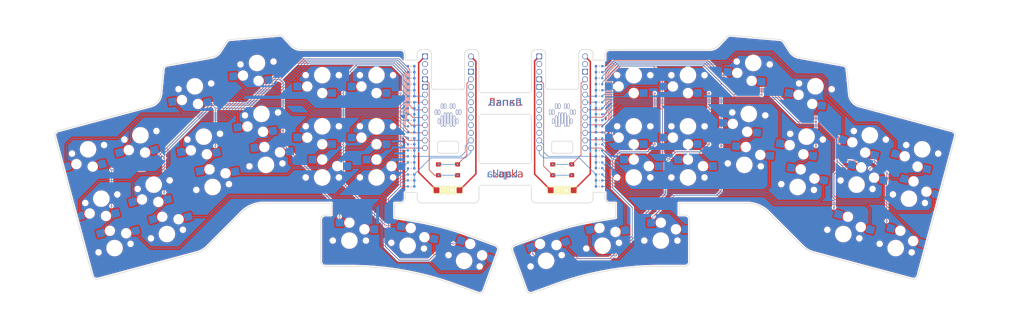
<source format=kicad_pcb>
(kicad_pcb (version 20241229) (generator "pcbnew") (generator_version "9.0")
  (layers (0 "F.Cu" signal) (2 "B.Cu" signal) (13 "F.Paste" user) (15 "B.Paste" user) (5 "F.SilkS" user "F.Silkscreen") (7 "B.SilkS" user "B.Silkscreen") (1 "F.Mask" user) (3 "B.Mask" user) (25 "Edge.Cuts" user))
  (net 0 "")
  (net 1 "Net-(D1-A)")
  (net 2 "R0")
  (net 3 "Net-(D2-A)")
  (net 4 "Net-(D3-A)")
  (net 5 "Net-(D4-A)")
  (net 6 "Net-(D5-A)")
  (net 7 "Net-(D6-A)")
  (net 8 "Net-(D7-A)")
  (net 9 "R1")
  (net 10 "Net-(D8-A)")
  (net 11 "Net-(D9-A)")
  (net 12 "Net-(D10-A)")
  (net 13 "Net-(D11-A)")
  (net 14 "Net-(D12-A)")
  (net 15 "Net-(D13-A)")
  (net 16 "R2")
  (net 17 "Net-(D14-A)")
  (net 18 "Net-(D15-A)")
  (net 19 "Net-(D16-A)")
  (net 20 "Net-(D17-A)")
  (net 21 "Net-(D18-A)")
  (net 22 "R3")
  (net 23 "Net-(D19-A)")
  (net 24 "Net-(D20-A)")
  (net 25 "Net-(D21-A)")
  (net 26 "C0")
  (net 27 "C1")
  (net 28 "C2")
  (net 29 "C3")
  (net 30 "C4")
  (net 31 "C5")
  (net 37 "B-_R")
  (net 41 "B+_R")
  (net 43 "Net-(D22-A)")
  (net 44 "Net-(D23-A)")
  (net 45 "Net-(D24-A)")
  (net 46 "Net-(D25-A)")
  (net 47 "Net-(D26-A)")
  (net 48 "Net-(D27-A)")
  (net 49 "Net-(D28-A)")
  (net 50 "Net-(D29-A)")
  (net 51 "Net-(D30-A)")
  (net 52 "Net-(D31-A)")
  (net 53 "Net-(D32-A)")
  (net 54 "Net-(D33-A)")
  (net 55 "Net-(D34-A)")
  (net 56 "Net-(D35-A)")
  (net 57 "Net-(D36-A)")
  (net 58 "Net-(D37-A)")
  (net 59 "Net-(D38-A)")
  (net 60 "Net-(D39-A)")
  (net 61 "Net-(D40-A)")
  (net 62 "Net-(D41-A)")
  (net 63 "Net-(D42-A)")
  (net 64 "RST_R")
  (net 65 "unconnected-(U1-D7-Pad10)")
  (net 70 "GND_R")
  (net 71 "R0_L")
  (net 72 "R1_L")
  (net 73 "R2_L")
  (net 74 "R3_L")
  (net 75 "C0_L")
  (net 76 "C1_L")
  (net 77 "C2_L")
  (net 78 "C3_L")
  (net 79 "C4_L")
  (net 80 "C5_L")
  (net 82 "B+_L")
  (net 87 "RST_L")
  (net 88 "GND_L")
  (net 90 "B-_L")
  (footprint "switches:Lapka" (layer "F.Cu") (at 198.750001 138.3)
    (property "Reference" "REF**" (hide yes))
    (property "Value" "Lapka" (hide yes))
  )
  (footprint "switches:SW_Choc_V1V2_HS" (layer "F.Cu") (at 185.339279 181.691971 170)
    (property "Reference" "SW29")
    (property "Value" "~" (hide yes))
  )
  (footprint "switches:SW_Choc_V1V2_HS" (layer "F.Cu") (at 356.175945 149.645898 -15)
    (property "Reference" "SW6")
    (property "Value" "~" (hide yes))
  )
  (footprint "switches:SW_Choc_V1V2_HS" (layer "F.Cu") (at 314.814702 162.184823 170)
    (property "Reference" "SW16")
    (property "Value" "~" (hide yes))
  )
  (footprint "switches:SW_Choc_V1V2_HS" (layer "F.Cu") (at 204.090946 186.716462 160)
    (property "Reference" "SW25")
    (property "Value" "~" (hide yes))
  )
  (footprint "switches:SW_Choc_V1V2_HS" (layer "F.Cu") (at 83.636138 166.066628 15)
    (property "Reference" "SW41")
    (property "Value" "~" (hide yes))
  )
  (footprint "switches:SW_Choc_V1V2_HS" (layer "F.Cu") (at 166 180.000005 180)
    (property "Reference" "SW33")
    (property "Value" "~" (hide yes))
  )
  (footprint "switches:SW_Choc_V1V2_HS" (layer "F.Cu") (at 175 125)
    (property "Reference" "SW22")
    (property "Value" "~" (hide yes))
  )
  (footprint "connectors:Cut" (layer "F.Cu") (at 226.4 132.4)
    (property "Reference" "REF**" (hide yes))
    (property "Value" "Cut")
  )
  (footprint "switches:SW_Choc_V1V2_HS" (layer "F.Cu") (at 156.999999 158.999996 180)
    (property "Reference" "SW28")
    (property "Value" "~" (hide yes))
  )
  (footprint "switches:SW_Choc_V1V2_HS" (layer "F.Cu") (at 329.989424 177.828627 165)
    (property "Reference" "SW17")
    (property "Value" "~" (hide yes))
  )
  (footprint "switches:SW_Choc_V1V2_HS" (layer "F.Cu") (at 174.999993 142.000005)
    (property "Reference" "SW23")
    (property "Value" "~" (hide yes))
  )
  (footprint "mcu:U_ProMicro_nRF52840_MidMount" (layer "F.Cu") (at 236.662158 133.780809)
    (property "Reference" "U1")
    (property "Value" "~" (hide yes))
  )
  (footprint "switches:SW_Choc_V1V2_HS" (layer "F.Cu") (at 269.412159 180.000007 180)
    (property "Reference" "SW21")
    (property "Value" "~" (hide yes))
  )
  (footprint "buttons:SW_SMD_5x5" (layer "F.Cu") (at 198.750001 156.469701)
    (property "Reference" "SW44" (hide yes))
    (property "Value" "SW_Push")
  )
  (footprint "switches:SW_Choc_V1V2_HS" (layer "F.Cu") (at 297.118739 154.816752 175)
    (property "Reference" "SW15")
    (property "Value" "~" (hide yes))
  )
  (footprint "switches:SW_Choc_V1V2_HS" (layer "F.Cu") (at 101.022809 161.407885 15)
    (property "Reference" "SW38")
    (property "Value" "~" (hide yes))
  )
  (footprint "switches:SW_Choc_V1V2_HS" (layer "F.Cu") (at 135.330131 120.946129 5)
    (property "Reference" "SW30")
    (property "Value" "~" (hide yes))
  )
  (footprint "switches:SW_Choc_V1V2_HS" (layer "F.Cu") (at 157 142.000004)
    (property "Reference" "SW27")
    (property "Value" "~" (hide yes))
  )
  (footprint "connectors:Cut" (layer "F.Cu") (at 209 160)
    (property "Reference" "REF**" (hide yes))
    (property "Value" "Cut")
  )
  (footprint "switches:SW_Choc_V1V2_HS" (layer "F.Cu") (at 175.000001 159.000005 180)
    (property "Reference" "SW24")
    (property "Value" "~" (hide yes))
  )
  (footprint "connectors:Cut" (layer "F.Cu") (at 226.387848 156)
    (property "Reference" "REF**" (hide yes))
    (property "Value" "Cut")
  )
  (footprint "switches:SW_Choc_V1V2_HS" (layer "F.Cu") (at 260.412158 142.000014)
    (property "Reference" "SW7")
    (property "Value" "~" (hide yes))
  )
  (footprint "connectors:Cut" (layer "F.Cu") (at 209 156)
    (property "Reference" "REF**" (hide yes))
    (property "Value" "Cut")
  )
  (footprint "switches:SW_Choc_V1V2_HS" (layer "F.Cu") (at 317.766719 145.443081 -10)
    (property "Reference" "SW10")
    (property "Value" "~" (hide yes))
  )
  (footprint "switches:SW_Choc_V1V2_HS" (layer "F.Cu") (at 320.718743 128.70135 -10)
    (property "Reference" "SW4")
    (property "Value" "~" (hide yes))
  )
  (footprint "switches:SW_Choc_V1V2_HS" (layer "F.Cu") (at 334.389352 161.407896 165)
    (property "Reference" "SW11")
    (property "Value" "~" (hide yes))
  )
  (footprint "mcu:U_ProMicro_nRF52840_MidMount" (layer "F.Cu") (at 198.750005 133.780795)
    (property "Reference" "U2")
    (property "Value" "~" (hide yes))
  )
  (footprint "switches:SW_Choc_V1V2_HS" (layer "F.Cu") (at 260.412146 159.000003 180)
    (property "Reference" "SW13")
    (property "Value" "~" (hide yes))
  )
  (footprint "switches:SW_Choc_V1V2_HS" (layer "F.Cu") (at 231.321213 186.716469 -160)
    (property "Reference" "SW19")
    (property "Value" "~" (hide yes))
  )
  (footprint "switches:SW_Choc_V1V2_HS" (layer "F.Cu") (at 79.236218 149.645885 15)
    (property "Reference" "SW40")
    (property "Value" "~" (hide yes))
  )
  (footprint "connectors:BAT_RECT" (layer "F.Cu") (at 236.662152 163.259856)
    (property "Reference" "B1" (hide yes))
    (property "Value" "~")
  )
  (footprint "switches:SW_Choc_V1V2_HS" (layer "F.Cu") (at 117.645435 145.443081 10)
    (property "Reference" "SW35")
    (property "Value" "~" (hide yes))
  )
  (footprint "connectors:BAT_RECT" (layer "F.Cu") (at 198.750011 163.259856)
    (property "Reference" "B2" (hide yes))
    (property "Value" "~")
  )
  (footprint "switches:SW_Choc_V1V2_HS" (layer "F.Cu") (at 260.412155 125.00001)
    (property "Reference" "SW1")
    (property "Value" "~" (hide yes))
  )
  (footprint "connectors:Cut" (layer "F.Cu") (at 209 136.4)
    (property "Reference" "REF**" (hide yes))
    (property "Value" "Cut")
  )
  (footprint "switches:SW_Choc_V1V2_HS" (layer "F.Cu") (at 120.597456 162.184812 -170)
    (property "Reference" "SW36")
    (property "Value" "~" (hide yes))
  )
  (footprint "switches:SW_Choc_V1V2_HS" (layer "F.Cu") (at 338.789275 144.987156 -15)
    (property "Reference" "SW5")
    (property "Value" "~" (hide yes))
  )
  (footprint "connectors:Cut" (layer "F.Cu") (at 226.412151 136.4)
    (property "Reference" "REF**" (hide yes))
    (property "Value" "Cut")
  )
  (footprint "switches:SW_Choc_V1V2_HS" (layer "F.Cu") (at 278.412151 125.000007)
    (property "Reference" "SW2")
    (property "Value" "~" (hide yes))
  )
  (footprint "switches:SW_Choc_V1V2_HS" (layer "F.Cu") (at 300.08203 120.946134 -5)
    (property "Reference" "SW3")
    (property "Value" "~" (hide yes))
  )
  (footprint "connectors:Cut" (layer "F.Cu") (at 209 132.4)
    (property "Reference" "REF**" (hide yes))
    (property "Value" "Cut")
  )
  (footprint "switches:SW_Choc_V1V2_HS" (layer "F.Cu") (at 351.776016 166.066633 165)
    (property "Reference" "SW12")
    (property "Value" "~" (hide yes))
  )
  (footprint "switches:SW_Choc_V1V2_HS" (layer "F.Cu") (at 138.29342 154.816747 -175)
    (property "Reference" "SW32")
    (property "Value" "~" (hide yes))
  )
  (footprint "switches:SW_Choc_V1V2_HS" (layer "F.Cu") (at 105.422732 177.828623 -165)
    (property "Reference" "SW39")
    (property "Value" "~" (hide yes))
  )
  (footprint "switches:SW_Choc_V1V2_HS" (layer "F.Cu") (at 96.622883 144.987145 15)
    (property "Reference" "SW37")
    (property "Value" "~" (hide yes))
  )
  (footprint "switches:SW_Choc_V1V2_HS" (layer "F.Cu") (at 250.072877 181.691976 -170)
    (property "Reference" "SW20")
    (property "Value" "~" (hide yes))
  )
  (footprint "switches:SW_Choc_V1V2_HS" (layer "F.Cu") (at 347.376086 182.487374 165)
    (property "Reference" "SW18")
    (property "Value" "~" (hide yes))
  )
  (footprint "switches:SW_Choc_V1V2_HS" (layer "F.Cu") (at 298.600389 137.881441 -5)
    (property "Reference" "SW9")
    (property "Value" "~" (hide yes))
  )
  (footprint "connectors:Cut" (layer "F.Cu") (at 226.4 160)
    (property "Reference" "REF**" (hide yes))
    (property "Value" "Cut")
  )
  (footprint "switches:SW_Choc_V1V2_HS" (layer "F.Cu") (at 156.999999 125.000001)
    (property "Reference" "SW26")
    (property "Value" "~" (hide yes))
  )
  (footprint "switches:SW_Choc_V1V2_HS" (layer "F.Cu") (at 136.811773 137.881433 5)
    (property "Reference" "SW31")
    (property "Value" "~" (hide yes))
  )
  (footprint "switches:SW_Choc_V1V2_HS" (layer "F.Cu") (at 278.412153 159.000001 180)
    (property "Reference" "SW14")
    (property "Value" "~" (hide yes))
  )
  (footprint "buttons:SW_SMD_5x5" (layer "F.Cu") (at 236.662151 156.469701)
    (property "Reference" "SW43" (hide yes))
    (property "Value" "SW_Push")
  )
  (footprint "switches:Lapka" (layer "F.Cu") (at 236.662151 138.30001)
    (property "Reference" "REF**" (hide yes))
    (property "Value" "Lapka" (hide yes))
  )
  (footprint "switches:SW_Choc_V1V2_HS" (layer "F.Cu") (at 278.412154 142.000006)
    (property "Reference" "SW8")
    (property "Value" "~" (hide yes))
  )
  (footprint "switches:SW_Choc_V1V2_HS" (layer "F.Cu") (at 114.693415 128.701348 10)
    (property "Reference" "SW34")
    (property "Value" "~" (hide yes))
  )
  (footprint "switches:SW_Choc_V1V2_HS" (layer "F.Cu") (at 88.036059 182.487369 -165)
    (property "Reference" "SW42")
    (property "Value" "~" (hide yes))
  )
  (footprint "Library:D_SOD-323_Increased" (layer "B.Cu") (at 186.499999 152.000008 180)
    (property "Reference" "D39")
    (property "Value" "~" (hide yes))
  )
  (footprint "Library:D_SOD-323_Increased" (layer "B.Cu") (at 186.500003 156.00001 180)
    (property "Reference" "D42")
    (property "Value" "~" (hide yes))
  )
  (footprint "Library:D_SOD-323_Increased" (layer "B.Cu") (at 186.499998 126.000007 180)
    (property "Reference" "D40")
    (property "Value" "~" (hide yes))
  )
  (footprint "Library:D_SOD-323_Increased" (layer "B.Cu") (at 186.5 128.000004 180)
    (property "Reference" "D37")
    (property "Value" "~" (hide yes))
  )
  (footprint "Library:D_SOD-323_Increased" (layer "B.Cu") (at 248.912159 148.006276)
    (property "Reference" "D13")
    (property "Value" "~" (hide yes))
  )
  (footprint "Library:D_SOD-323_Increased" (layer "B.Cu") (at 248.912158 127.993738)
    (property "Reference" "D4")
    (property "Value" "~" (hide yes))
  )
  (footprint "Library:D_SOD-323_Increased" (layer "B.Cu") (at 248.912158 146.006276)
    (property "Reference" "D14")
    (property "Value" "~" (hide yes))
  )
  (footprint "Library:D_SOD-323_Increased" (layer "B.Cu") (at 248.912159 160.006276)
    (property "Reference" "D19")
    (property "Value" "~" (hide yes))
  )
  (footprint "Library:D_SOD-323_Increased" (layer "B.Cu") (at 186.499997 142.000004 180)
    (property "Reference" "D27")
    (property "Value" "~" (hide yes))
  )
  (footprint "Library:D_SOD-323_Increased" (layer "B.Cu") (at 248.91216 140.006278)
    (property "Reference" "D9")
    (property "Value" "~" (hide yes))
  )
  (footprint "Library:D_SOD-323_Increased" (layer "B.Cu") (at 248.912159 131.993739)
    (property "Reference" "D2")
    (property "Value" "~" (hide yes))
  )
  (footprint "Library:D_SOD-323_Increased" (layer "B.Cu") (at 186.5 148.000009 180)
    (property "Reference" "D36")
    (property "Value" "~" (hide yes))
  )
  (footprint "Library:D_SOD-323_Increased" (layer "B.Cu") (at 186.499999 144.000006 180)
    (property "Reference" "D23")
    (property "Value" "~" (hide yes))
  )
  (footprint "Library:D_SOD-323_Increased" (layer "B.Cu") (at 248.91216 121.993741)
    (property "Reference" "D6")
    (property "Value" "~" (hide yes))
  )
  (footprint "Library:D_SOD-323_Increased" (layer "B.Cu") (at 248.912158 154.006278)
    (property "Reference" "D18")
    (property "Value" "~" (hide yes))
  )
  (footprint "Library:D_SOD-323_Increased" (layer "B.Cu") (at 248.912159 162.006274)
    (property "Reference" "D20")
    (property "Value" "~" (hide yes))
  )
  (footprint "Library:D_SOD-323_Increased" (layer "B.Cu") (at 186.500003 136.00001 180)
    (property "Reference" "D38")
    (property "Value" "~" (hide yes))
  )
  (footprint "Library:D_SOD-323_Increased" (layer "B.Cu") (at 186.499999 140.000006 180)
    (property "Reference" "D31")
    (property "Value" "~" (hide yes))
  )
  (footprint "Library:D_SOD-323_Increased" (layer "B.Cu") (at 186.499998 158.000007 180)
    (property "Reference" "D33")
    (property "Value" "~" (hide yes))
  )
  (footprint "Library:D_SOD-323_Increased" (layer "B.Cu") (at 248.912158 152.006276)
    (property "Reference" "D16")
    (property "Value" "~" (hide yes))
  )
  (footprint "Library:D_SOD-323_Increased" (layer "B.Cu") (at 186.5 146.000006 180)
    (property "Reference" "D32")
    (property "Value" "~" (hide yes))
  )
  (footprint "Library:D_SOD-323_Increased" (layer "B.Cu") (at 248.912159 158.006276)
    (property "Reference" "D21")
    (property "Value" "~" (hide yes))
  )
  (footprint "Library:D_SOD-323_Increased" (layer "B.Cu") (at 186.499999 162.000011 180)
    (property "Reference" "D29")
    (property "Value" "~" (hide yes))
  )
  (footprint "Library:D_SOD-323_Increased" (layer "B.Cu") (at 248.912159 129.993745)
    (property "Reference" "D1")
    (property "Value" "~" (hide yes))
  )
  (footprint "Library:D_SOD-323_Increased" (layer "B.Cu") (at 248.912159 123.993742)
    (property "Reference" "D5")
    (property "Value" "~" (hide yes))
  )
  (footprint "Library:D_SOD-323_Increased" (layer "B.Cu") (at 248.912158 150.006277)
    (property "Reference" "D15")
    (property "Value" "~" (hide yes))
  )
  (footprint "Library:D_SOD-323_Increased" (layer "B.Cu") (at 186.500002 154.000006 180)
    (property "Reference" "D24")
    (property "Value" "~" (hide yes))
  )
  (footprint "Library:D_SOD-323_Increased" (layer "B.Cu") (at 248.912158 155.91514)
    (property "Reference" "D17")
    (property "Value" "~" (hide yes))
  )
  (footprint "Library:D_SOD-323_Increased" (layer "B.Cu") (at 186.5 134.00001 180)
    (property "Reference" "D41")
    (property "Value" "~" (hide yes))
  )
  (footprint "Library:D_SOD-323_Increased" (layer "B.Cu") (at 248.912158 134.006277)
    (property "Reference" "D11")
    (property "Value" "~" (hide yes))
  )
  (footprint "Library:D_SOD-323_Increased" (layer "B.Cu") (at 248.91216 144.006277)
    (property "Reference" "D7")
    (property "Value" "~" (hide yes))
  )
  (footprint "Library:D_SOD-323_Increased" (layer "B.Cu") (at 248.912159 136.006277)
    (property "Reference" "D12")
    (property "Value" "~" (hide yes))
  )
  (footprint "Library:D_SOD-323_Increased" (layer "B.Cu") (at 186.499994 150.000011 180)
    (property "Reference" "D28")
    (property "Value" "~" (hide yes))
  )
  (footprint "Library:D_SOD-323_Increased" (layer "B.Cu") (at 248.912159 138.006277)
    (property "Reference" "D10")
    (property "Value" "~" (hide yes))
  )
  (footprint "Library:D_SOD-323_Increased" (layer "B.Cu") (at 248.912159 125.993744)
    (property "Reference" "D3")
    (property "Value" "~" (hide yes))
  )
  (footprint "Library:D_SOD-323_Increased" (layer "B.Cu") (at 186.499999 122.000012 180)
    (property "Reference" "D30")
    (property "Value" "~" (hide yes))
  )
  (footprint "Library:D_SOD-323_Increased" (layer "B.Cu") (at 186.500003 132.000007 180)
    (property "Reference" "D22")
    (property "Value" "~" (hide yes))
  )
  (footprint "Library:D_SOD-323_Increased" (layer "B.Cu") (at 186.500003 130.000007 180)
    (property "Reference" "D26")
    (property "Value" "~" (hide yes))
  )
  (footprint "Library:D_SOD-323_Increased" (layer "B.Cu") (at 186.5 138.000016 180)
    (property "Reference" "D35")
    (property "Value" "~" (hide yes))
  )
  (footprint "Library:D_SOD-323_Increased" (layer "B.Cu") (at 248.912159 142.006275)
    (property "Reference" "D8")
    (property "Value" "~" (hide yes))
  )
  (footprint "Library:D_SOD-323_Increased" (layer "B.Cu") (at 186.500002 160.000008 180)
    (property "Reference" "D25")
    (property "Value" "~" (hide yes))
  )
  (footprint "Library:D_SOD-323_Increased" (layer "B.Cu") (at 186.499999 124.000006 180)
    (property "Reference" "D34")
    (property "Value" "~" (hide yes))
  )
  (gr_arc (start 82.50862 192.768295) (mid 81.3704 192.618444) (end 80.671509 191.707645) (stroke (width 0.2)) (layer "Edge.Cuts"))
  (gr_arc (start 125.225556 113.881282) (mid 125.71171 113.408917) (end 126.356166 113.198796) (stroke (width 0.2)) (layer "Edge.Cuts"))
  (gr_arc (start 242.162154 118.000013) (mid 242.601497 116.939352) (end 243.662152 116.50001) (stroke (width 0.2)) (layer "Edge.Cuts"))
  (gr_line (start 245.41215 116.500015) (end 243.662152 116.50001) (stroke (width 0.2)) (layer "Edge.Cuts"))
  (gr_line (start 220.896519 181.46526) (end 220.89651 181.465244) (stroke (width 0.2)) (layer "Edge.Cuts"))
  (gr_line (start 214.515644 181.465261) (end 214.515651 181.46524) (stroke (width 0.2)) (layer "Edge.Cuts"))
  (gr_line (start 185.017101 173.004042) (end 188.613486 173.638183) (stroke (width 0.2)) (layer "Edge.Cuts"))
  (gr_arc (start 156.499998 173.000008) (mid 156.939345 171.939345) (end 158.000014 171.500016) (stroke (width 0.2)) (layer "Edge.Cuts"))
  (gr_line (start 246.912155 164.000011) (end 250.912155 164.000016) (stroke (width 0.2)) (layer "Edge.Cuts"))
  (gr_line (start 254.412152 167.500011) (end 254.412153 172.380476) (stroke (width 0.2)) (layer "Edge.Cuts"))
  (gr_line (start 144.054398 112.233977) (end 146.663993 115.055504) (stroke (width 0.2)) (layer "Edge.Cuts"))
  (gr_arc (start 297.796356 167.500011) (mid 301.821103 168.302001) (end 305.231028 170.585457) (stroke (width 0.2)) (layer "Edge.Cuts"))
  (gr_line (start 226.412152 161.6) (end 226.412152 166.000009) (stroke (width 0.2)) (layer "Edge.Cuts"))
  (gr_line (start 188.50001 166.000019) (end 188.499995 164.000018) (stroke (width 0.2)) (layer "Edge.Cuts"))
  (gr_arc (start 252.412154 167.500013) (mid 251.351492 167.060675) (end 250.912148 166.000012) (stroke (width 0.2)) (layer "Edge.Cuts"))
  (gr_line (start 209 138) (end 209 154.4) (stroke (width 0.2)) (layer "Edge.Cuts"))
  (gr_arc (start 68.248195 145.343197) (mid 68.398051 144.204971) (end 69.30886 143.506077) (stroke (width 0.2)) (layer "Edge.Cuts"))
  (gr_line (start 201.50001 146.950019) (end 196.000007 146.950013) (stroke (width 0.2)) (layer "Edge.Cuts"))
  (gr_arc (start 240.162145 150.2) (mid 239.942477 150.730331) (end 239.412149 150.950007) (stroke (width 0.2)) (layer "Edge.Cuts"))
  (gr_line (start 202.250002 150.200008) (end 202.250011 147.70001) (stroke (width 0.2)) (layer "Edge.Cuts"))
  (gr_line (start 181.000012 172.380477) (end 185.017101 173.004042) (stroke (width 0.2)) (layer "Edge.Cuts"))
  (gr_arc (start 183.000008 116.500013) (mid 184.060669 116.939353) (end 184.500004 118.000013) (stroke (width 0.2)) (layer "Edge.Cuts"))
  (gr_arc (start 184.500001 166.000009) (mid 184.060668 167.060676) (end 183.000007 167.500007) (stroke (width 0.2)) (layer "Edge.Cuts"))
  (gr_line (start 207.500007 167.500016) (end 190.000005 167.500019) (stroke (width 0.2)) (layer "Edge.Cuts"))
  (gr_line (start 319.982924 183.947251) (end 352.903529 192.768299) (stroke (width 0.2)) (layer "Edge.Cuts"))
  (gr_line (start 209.000009 166.000014) (end 209 161.6) (stroke (width 0.2)) (layer "Edge.Cuts"))
  (gr_arc (start 103.421839 131.348322) (mid 102.374767 133.818233) (end 100.108249 135.253408) (stroke (width 0.2)) (layer "Edge.Cuts"))
  (gr_line (start 184.196883 190.121674) (end 183.529866 190.004058) (stroke (width 0.2)) (layer "Edge.Cuts"))
  (gr_line (start 126.356166 113.198796) (end 126.356164 113.198798) (stroke (width 0.2)) (layer "Edge.Cuts"))
  (gr_arc (start 250.91215 118.000009) (mid 251.351492 116.939354) (end 252.412151 116.500011) (stroke (width 0.2)) (layer "Edge.Cuts"))
  (gr_arc (start 309.055994 113.19879) (mid 309.700449 113.40892) (end 310.1866 113.881284) (stroke (width 0.2)) (layer "Edge.Cuts"))
  (gr_arc (start 229.662155 116.500008) (mid 230.722815 116.939354) (end 231.162155 118.000014) (stroke (width 0.2)) (layer "Edge.Cuts"))
  (gr_line (start 331.990312 131.348318) (end 331.169673 123.025748) (stroke (width 0.2)) (layer "Edge.Cuts"))
  (gr_arc (start 251.882296 190.004053) (mid 260.445109 188.876739) (end 269.073538 188.500012) (stroke (width 0.2)) (layer "Edge.Cuts"))
  (gr_line (start 309.055995 113.19879) (end 292.589699 111.758177) (stroke (width 0.2)) (layer "Edge.Cuts"))
  (gr_line (start 233.912151 150.95) (end 239.412149 150.950007) (stroke (width 0.2)) (layer "Edge.Cuts"))
  (gr_line (start 158.000014 171.500016) (end 160.000008 171.50001) (stroke (width 0.2)) (layer "Edge.Cuts"))
  (gr_arc (start 226.412151 118.000012) (mid 226.851488 116.939352) (end 227.912155 116.500013) (stroke (width 0.2)) (layer "Edge.Cuts"))
  (gr_line (start 166.338619 188.500021) (end 158.000014 188.50002) (stroke (width 0.2)) (layer "Edge.Cuts"))
  (gr_line (start 149.967624 116.500012) (end 183.000008 116.500013) (stroke (width 0.2)) (layer "Edge.Cuts"))
  (gr_arc (start 188.500006 118.000013) (mid 188.939344 116.939351) (end 190.000005 116.500014) (stroke (width 0.2)) (layer "Edge.Cuts"))
  (gr_line (start 269.073538 188.500012) (end 277.412153 188.500012) (stroke (width 0.2)) (layer "Edge.Cuts"))
  (gr_line (start 181.000006 167.500013) (end 181.000012 172.380477) (stroke (width 0.2)) (layer "Edge.Cuts"))
  (gr_line (start 193.25 118.000014) (end 193.250005 128.950012) (stroke (width 0.2)) (layer "Edge.Cuts"))
  (gr_line (start 100.108249 135.253408) (end 100.108248 135.253413) (stroke (width 0.2)) (layer "Edge.Cuts"))
  (gr_line (start 105.474771 121.695727) (end 120.142952 119.109338) (stroke (width 0.2)) (layer "Edge.Cuts"))
  (gr_arc (start 231.91215 129.700012) (mid 231.381823 129.480344) (end 231.162154 128.950011) (stroke (width 0.2)) (layer "Edge.Cuts"))
  (gr_line (start 226.412151 118.000012) (end 226.412151 130.8) (stroke (width 0.2)) (layer "Edge.Cuts"))
  (gr_line (start 184.500006 164.000013) (end 184.500001 166.000009) (stroke (width 0.2)) (layer "Edge.Cuts"))
  (gr_arc (start 196.000008 150.950008) (mid 195.469677 150.730344) (end 195.250009 150.200017) (stroke (width 0.2)) (layer "Edge.Cuts"))
  (gr_arc (start 190.000005 167.500019) (mid 188.939341 167.060681) (end 188.50001 166.000019) (stroke (width 0.2)) (layer "Edge.Cuts"))
  (gr_arc (start 230.129841 178.104585) (mid 238.366756 175.507494) (end 246.79867 173.638186) (stroke (width 0.2)) (layer "Edge.Cuts"))
  (gr_arc (start 202.250002 150.200008) (mid 202.030335 150.730338) (end 201.500006 150.950015) (stroke (width 0.2)) (layer "Edge.Cuts"))
  (gr_line (start 204.250004 128.950008) (end 204.249997 118.000011) (stroke (width 0.2)) (layer "Edge.Cuts"))
  (gr_line (start 208.701258 197.44) (end 200.865568 194.588036) (stroke (width 0.2)) (layer "Edge.Cuts"))
  (gr_arc (start 291.35776 112.233971) (mid 291.91855 111.853204) (end 292.589699 111.758177) (stroke (width 0.2)) (layer "Edge.Cuts"))
  (gr_line (start 309.055994 113.19879) (end 309.055995 113.19879) (stroke (width 0.2)) (layer "Edge.Cuts"))
  (gr_arc (start 227.912151 167.500015) (mid 226.851492 167.060674) (end 226.412152 166.000009) (stroke (width 0.2)) (layer "Edge.Cuts"))
  (gr_line (start 250.395055 173.004043) (end 246.79867 173.638186) (stroke (width 0.2)) (layer "Edge.Cuts"))
  (gr_line (start 305.231028 170.585457) (end 316.613582 181.998917) (stroke (width 0.2)) (layer "Edge.Cuts"))
  (gr_line (start 277.41215 171.50001) (end 275.412151 171.500012) (stroke (width 0.2)) (layer "Edge.Cuts"))
  (gr_line (start 366.103296 143.506083) (end 335.303908 135.253409) (stroke (width 0.2)) (layer "Edge.Cuts"))
  (gr_line (start 242.162154 118.000013) (end 242.162156 128.950008) (stroke (width 0.2)) (layer "Edge.Cuts"))
  (gr_line (start 241.412154 129.70001) (end 231.91215 129.700012) (stroke (width 0.2)) (layer "Edge.Cuts"))
  (gr_line (start 226.412151 138) (end 226.412152 154.4) (stroke (width 0.2)) (layer "Edge.Cuts"))
  (gr_arc (start 319.982924 183.947251) (mid 318.16967 183.195453) (end 316.613582 181.998917) (stroke (width 0.2)) (layer "Edge.Cuts"))
  (gr_arc (start 130.181128 170.585453) (mid 133.59105 168.301997) (end 137.615793 167.50002) (stroke (width 0.2)) (layer "Edge.Cuts"))
  (gr_arc (start 204.249997 118.000011) (mid 204.689337 116.939344) (end 205.750005 116.500017) (stroke (width 0.2)) (layer "Edge.Cuts"))
  (gr_line (start 126.356164 113.198798) (end 142.822457 111.758185) (stroke (width 0.2)) (layer "Edge.Cuts"))
  (gr_arc (start 226.710901 197.439998) (mid 225.56391 197.389922) (end 224.788266 196.543458) (stroke (width 0.2)) (layer "Edge.Cuts"))
  (gr_arc (start 278.912148 187.000011) (mid 278.472815 188.060673) (end 277.412153 188.500012) (stroke (width 0.2)) (layer "Edge.Cuts"))
  (gr_arc (start 166.338619 188.500021) (mid 174.967076 188.876749) (end 183.529866 190.004058) (stroke (width 0.2)) (layer "Edge.Cuts"))
  (gr_line (start 239.412153 146.950011) (end 233.91215 146.950005) (stroke (width 0.2)) (layer "Edge.Cuts"))
  (gr_arc (start 329.937387 121.695727) (mid 330.777227 122.153474) (end 331.169673 123.025748) (stroke (width 0.2)) (layer "Edge.Cuts"))
  (gr_arc (start 242.162156 128.950008) (mid 241.942485 129.480344) (end 241.412154 129.70001) (stroke (width 0.2)) (layer "Edge.Cuts"))
  (gr_line (start 231.162154 128.950011) (end 231.162155 118.000014) (stroke (width 0.2)) (layer "Edge.Cuts"))
  (gr_line (start 188.499995 164.000018) (end 184.500006 164.000013) (stroke (width 0.2)) (layer "Edge.Cuts"))
  (gr_line (start 291.35776 112.233971) (end 288.748168 115.055497) (stroke (width 0.2)) (layer "Edge.Cuts"))
  (gr_line (start 312.266599 117.113095) (end 310.1866 113.881284) (stroke (width 0.2)) (layer "Edge.Cuts"))
  (gr_line (start 209 138) (end 226.412151 138) (stroke (width 0.2)) (layer "Edge.Cuts"))
  (gr_line (start 275.412151 171.500012) (end 275.412153 167.500015) (stroke (width 0.2)) (layer "Edge.Cuts"))
  (gr_line (start 240.162145 150.2) (end 240.162154 147.700002) (stroke (width 0.2)) (layer "Edge.Cuts"))
  (gr_line (start 209 130.8) (end 226.412151 130.8) (stroke (width 0.2)) (layer "Edge.Cuts"))
  (gr_line (start 230.129841 178.104585) (end 220.89651 181.465244) (stroke (width 0.2)) (layer "Edge.Cuts"))
  (gr_arc (start 104.242482 123.025743) (mid 104.634931 122.153478) (end 105.474771 121.695727) (stroke (width 0.2)) (layer "Edge.Cuts"))
  (gr_line (start 210.623891 196.543464) (end 210.623901 196.543471) (stroke (width 0.2)) (layer "Edge.Cuts"))
  (gr_arc (start 234.546596 194.58804) (mid 242.78349 191.990955) (end 251.215275 190.121668) (stroke (width 0.2)) (layer "Edge.Cuts"))
  (gr_line (start 335.303909 135.253408) (end 335.303908 135.253409) (stroke (width 0.2)) (layer "Edge.Cuts"))
  (gr_arc (start 315.269207 119.109337) (mid 313.559226 118.425087) (end 312.266599 117.113095) (stroke (width 0.2)) (layer "Edge.Cuts"))
  (gr_line (start 160.000008 171.50001) (end 160.000005 167.500009) (stroke (width 0.2)) (layer "Edge.Cuts"))
  (gr_arc (start 214.515644 181.465261) (mid 215.362087 182.240881) (end 215.41216 183.387849) (stroke (width 0.2)) (layer "Edge.Cuts"))
  (gr_arc (start 288.748168 115.055497) (mid 287.24735 116.123105) (end 285.444529 116.500012) (stroke (width 0.2)) (layer "Edge.Cuts"))
  (gr_line (start 250.912155 164.000016) (end 250.912148 166.000012) (stroke (width 0.2)) (layer "Edge.Cuts"))
  (gr_line (start 130.181128 170.585453) (end 118.79857 181.998913) (stroke (width 0.2)) (layer "Edge.Cuts"))
  (gr_line (start 103.421839 131.348322) (end 104.242482 123.025743) (stroke (width 0.2)) (layer "Edge.Cuts"))
  (gr_line (start 184.499996 120.00001) (end 188.500005 120.000009) (stroke (width 0.2)) (layer "Edge.Cuts"))
  (gr_line (start 354.740651 191.707639) (end 367.163963 145.343198) (stroke (width 0.2)) (layer "Edge.Cuts"))
  (gr_line (start 205.750005 116.500017) (end 207.500005 116.500022) (stroke (width 0.2)) (layer "Edge.Cuts"))
  (gr_line (start 226.412152 154.4) (end 209 154.4) (stroke (width 0.2)) (layer "Edge.Cuts"))
  (gr_arc (start 207.500005 116.500022) (mid 208.560656 116.939359) (end 208.999999 118.000009) (stroke (width 0.2)) (layer "Edge.Cuts"))
  (gr_arc (start 210.623891 196.543464) (mid 209.848253 197.389927) (end 208.701258 197.44) (stroke (width 0.2)) (layer "Edge.Cuts"))
  (gr_line (start 246.912155 120.000011) (end 246.91215 118.000012) (stroke (width 0.2)) (layer "Edge.Cuts"))
  (gr_arc (start 219.999999 183.387849) (mid 220.050083 182.24087) (end 220.896519 181.46526) (stroke (width 0.2)) (layer "Edge.Cuts"))
  (gr_line (start 250.91215 118.000009) (end 250.91215 120.000012) (stroke (width 0.2)) (layer "Edge.Cuts"))
  (gr_line (start 215.41216 183.387849) (end 210.623901 196.543471) (stroke (width 0.2)) (layer "Edge.Cuts"))
  (gr_arc (start 195.250007 147.700016) (mid 195.469676 147.169686) (end 196.000007 146.950013) (stroke (width 0.2)) (layer "Edge.Cuts"))
  (gr_line (start 219.999999 183.387849) (end 224.788252 196.543464) (stroke (width 0.2)) (layer "Edge.Cuts"))
  (gr_line (start 205.282316 178.104585) (end 214.515651 181.46524) (stroke (width 0.2)) (layer "Edge.Cuts"))
  (gr_arc (start 366.103296 143.506083) (mid 367.014112 144.204969) (end 367.163963 145.343198) (stroke (width 0.2)) (layer "Edge.Cuts"))
  (gr_line (start 123.145553 117.113099) (end 125.225556 113.881282) (stroke (width 0.2)) (layer "Edge.Cuts"))
  (gr_line (start 278.912148 187.000011) (end 278.912151 173.000012) (stroke (width 0.2)) (layer "Edge.Cuts"))
  (gr_arc (start 233.16215 147.700008) (mid 233.38182 147.169677) (end 233.91215 146.950005) (stroke (width 0.2)) (layer "Edge.Cuts"))
  (gr_arc (start 194.000002 129.700019) (mid 193.469673 129.480344) (end 193.250005 128.950012) (stroke (width 0.2)) (layer "Edge.Cuts"))
  (gr_line (start 226.710901 197.439998) (end 234.546596 194.58804) (stroke (width 0.2)) (layer "Edge.Cuts"))
  (gr_arc (start 277.41215 171.50001) (mid 278.472815 171.939352) (end 278.912151 173.000012) (stroke (width 0.2)) (layer "Edge.Cuts"))
  (gr_arc (start 354.740651 191.707639) (mid 354.041761 192.618443) (end 352.903529 192.768299) (stroke (width 0.2)) (layer "Edge.Cuts"))
  (gr_line (start 224.788266 196.543458) (end 224.788252 196.543464) (stroke (width 0.2)) (layer "Edge.Cuts"))
  (gr_line (start 195.250007 147.700016) (end 195.250009 150.200017) (stroke (width 0.2)) (layer "Edge.Cuts"))
  (gr_line (start 275.412153 167.500015) (end 297.796356 167.500011) (stroke (width 0.2)) (layer "Edge.Cuts"))
  (gr_arc (start 239.412153 146.950011) (mid 239.942475 147.169683) (end 240.162154 147.700002) (stroke (width 0.2)) (layer "Edge.Cuts"))
  (gr_arc (start 245.41215 116.500015) (mid 246.472811 116.939352) (end 246.91215 118.000012) (stroke (width 0.2)) (layer "Edge.Cuts"))
  (gr_arc (start 204.250004 128.950008) (mid 204.030341 129.480342) (end 203.500011 129.700016) (stroke (width 0.2)) (layer "Edge.Cuts"))
  (gr_arc (start 191.750012 116.500009) (mid 192.810671 116.939352) (end 193.25 118.000014) (stroke (width 0.2)) (layer "Edge.Cuts"))
  (gr_arc (start 158.000014 188.50002) (mid 156.939341 188.060679) (end 156.50001 187.000008) (stroke (width 0.2)) (layer "Edge.Cuts"))
  (gr_line (start 156.50001 187.000008) (end 156.499998 173.000008) (stroke (width 0.2)) (layer "Edge.Cuts"))
  (gr_line (start 80.671509 191.707645) (end 68.248195 145.343197) (stroke (width 0.2)) (layer "Edge.Cuts"))
  (gr_line (start 227.912151 167.500015) (end 245.412154 167.500012) (stroke (width 0.2)) (layer "Edge.Cuts"))
  (gr_arc (start 184.196883 190.121674) (mid 192.628726 191.990977) (end 200.865568 194.588036) (stroke (width 0.2)) (layer "Edge.Cuts"))
  (gr_line (start 246.912152 166.000014) (end 246.912155 164.000011) (stroke (width 0.2)) (layer "Edge.Cuts"))
  (gr_line (start 208.999999 118.000009) (end 209.000001 130.8) (stroke (width 0.2)) (layer "Edge.Cuts"))
  (gr_arc (start 209.000009 166.000014) (mid 208.560671 167.06068) (end 207.500007 167.500016) (stroke (width 0.2)) (layer "Edge.Cuts"))
  (gr_line (start 285.444529 116.500012) (end 252.412151 116.500011) (stroke (width 0.2)) (layer "Edge.Cuts"))
  (gr_arc (start 233.912151 150.95) (mid 233.381821 150.730337) (end 233.162152 150.200009) (stroke (width 0.2)) (layer "Edge.Cuts"))
  (gr_line (start 196.000008 150.950008) (end 201.500006 150.950015) (stroke (width 0.2)) (layer "Edge.Cuts"))
  (gr_line (start 115.429228 183.947253) (end 82.50862 192.768295) (stroke (width 0.2)) (layer "Edge.Cuts"))
  (gr_line (start 194.000002 129.700019) (end 203.500011 129.700016) (stroke (width 0.2)) (layer "Edge.Cuts"))
  (gr_arc (start 123.145553 117.113099) (mid 121.852927 118.425089) (end 120.142952 119.109338) (stroke (width 0.2)) (layer "Edge.Cuts"))
  (gr_line (start 251.215275 190.121668) (end 251.882296 190.004053) (stroke (width 0.2)) (layer "Edge.Cuts"))
  (gr_arc (start 188.613486 173.638183) (mid 197.045405 175.507495) (end 205.282316 178.104585) (stroke (width 0.2)) (layer "Edge.Cuts"))
  (gr_line (start 329.937387 121.695727) (end 315.269207 119.109337) (stroke (width 0.2)) (layer "Edge.Cuts"))
  (gr_line (start 190.000005 116.500014) (end 191.750012 116.500009) (stroke (width 0.2)) (layer "Edge.Cuts"))
  (gr_arc (start 149.967624 116.500012) (mid 148.164811 116.123097) (end 146.663993 115.055504) (stroke (width 0.2)) (layer "Edge.Cuts"))
  (gr_line (start 226.412152 161.6) (end 209 161.6) (stroke (width 0.2)) (layer "Edge.Cuts"))
  (gr_arc (start 201.50001 146.950019) (mid 202.03033 147.169689) (end 202.250011 147.70001) (stroke (width 0.2)) (layer "Edge.Cuts"))
  (gr_line (start 160.000005 167.500009) (end 137.615793 167.50002) (stroke (width 0.2)) (layer "Edge.Cuts"))
  (gr_arc (start 335.303909 135.253408) (mid 333.037386 133.818236) (end 331.990312 131.348318) (stroke (width 0.2)) (layer "Edge.Cuts"))
  (gr_line (start 229.662155 116.500008) (end 227.912155 116.500013) (stroke (width 0.2)) (layer "Edge.Cuts"))
  (gr_line (start 233.16215 147.700008) (end 233.162152 150.200009) (stroke (width 0.2)) (layer "Edge.Cuts"))
  (gr_line (start 183.000007 167.500007) (end 181.000006 167.500013) (stroke (width 0.2)) (layer "Edge.Cuts"))
  (gr_arc (start 118.79857 181.998913) (mid 117.242486 183.195454) (end 115.429228 183.947253) (stroke (width 0.2)) (layer "Edge.Cuts"))
  (gr_line (start 188.500005 120.000009) (end 188.500006 118.000013) (stroke (width 0.2)) (layer "Edge.Cuts"))
  (gr_line (start 250.91215 120.000012) (end 246.912155 120.000011) (stroke (width 0.2)) (layer "Edge.Cuts"))
  (gr_line (start 254.412153 172.380476) (end 250.395055 173.004043) (stroke (width 0.2)) (layer "Edge.Cuts"))
  (gr_line (start 69.30886 143.506077) (end 100.108248 135.253413) (stroke (width 0.2)) (layer "Edge.Cuts"))
  (gr_line (start 184.500004 118.000013) (end 184.499996 120.00001) (stroke (width 0.2)) (layer "Edge.Cuts"))
  (gr_arc (start 246.912152 166.000014) (mid 246.472812 167.060674) (end 245.412154 167.500012) (stroke (width 0.2)) (layer "Edge.Cuts"))
  (gr_arc (start 142.822457 111.758185) (mid 143.493605 111.853211) (end 144.054398 112.233977) (stroke (width 0.2)) (layer "Edge.Cuts"))
  (gr_line (start 252.412154 167.500013) (end 254.412152 167.500011) (stroke (width 0.2)) (layer "Edge.Cuts"))
  (gr_text "Lapka" (at 213.4 159.4 0) (layer "F.Cu") (effects (font (size 2.5 2.5) (thickness 0.1)) (justify left bottom)))
  (gr_text "Лапка" (at 217.6 135.6 0) (layer "F.Cu") (effects (font (size 2.5 2.5) (thickness 0.1)) (justify bottom)))
  (gr_text "Лапка" (at 218 135.6 0) (layer "B.Cu") (effects (font (size 2.5 2.5) (thickness 0.1)) (justify bottom mirror)))
  (gr_text "Lapka" (at 222 159.4 0) (layer "B.Cu") (effects (font (size 2.5 2.5) (thickness 0.1)) (justify left bottom mirror)))
  (segment (start 250.896964 129.9902) (end 252.137155 128.750009) (width 0.2) (layer "B.Cu") (net 1))
  (segment (start 249.962159 129.990199) (end 250.896964 129.9902) (width 0.2) (layer "B.Cu") (net 1))
  (segment (start 247.862158 121.993741) (end 247.862158 131.993741) (width 0.2) (layer "B.Cu") (net 2))
  (segment (start 244.810498 132) (end 244.310503 131.500005) (width 0.2) (layer "B.Cu") (net 2))
  (segment (start 247.855899 132) (end 244.810498 132) (width 0.2) (layer "B.Cu") (net 2))
  (segment (start 247.862158 131.993741) (end 247.855899 132) (width 0.2) (layer "B.Cu") (net 2))
  (segment (start 270.137154 128.750007) (end 259.287154 128.750007) (width 0.2) (layer "B.Cu") (net 3))
  (segment (start 256.615757 131.421404) (end 250.530949 131.421404) (width 0.2) (layer "B.Cu") (net 3))
  (segment (start 259.287154 128.750007) (end 256.615757 131.421404) (width 0.2) (layer "B.Cu") (net 3))
  (segment (start 250.530949 131.421404) (end 249.962158 131.990194) (width 0.2) (layer "B.Cu") (net 3))
  (segment (start 249.962159 125.450006) (end 249.962159 125.990197) (width 0.2) (layer "B.Cu") (net 4))
  (segment (start 253.90589 121.506275) (end 249.962159 125.450006) (width 0.2) (layer "B.Cu") (net 4))
  (segment (start 291.511688 123.96065) (end 291.511688 123.655804) (width 0.2) (layer "B.Cu") (net 4))
  (segment (start 289.362159 121.506275) (end 253.90589 121.506275) (width 0.2) (layer "B.Cu") (net 4))
  (segment (start 291.511688 123.655804) (end 289.362159 121.506275) (width 0.2) (layer "B.Cu") (net 4))
  (segment (start 311.918277 130.957442) (end 310.375709 132.50001) (width 0.2) (layer "B.Cu") (net 5))
  (segment (start 283.912155 122.00001) (end 255.368424 122.00001) (width 0.2) (layer "B.Cu") (net 5))
  (segment (start 310.375709 132.50001) (end 294.412155 132.50001) (width 0.2) (layer "B.Cu") (net 5))
  (segment (start 294.412155 132.50001) (end 283.912155 122.00001) (width 0.2) (layer "B.Cu") (net 5))
  (segment (start 249.962158 127.406276) (end 249.962158 127.990191) (width 0.2) (layer "B.Cu") (net 5))
  (segment (start 255.368424 122.00001) (end 249.962158 127.406276) (width 0.2) (layer "B.Cu") (net 5))
  (segment (start 323.912155 127.00001) (end 323.912155 132.50001) (width 0.2) (layer "B.Cu") (net 6))
  (segment (start 250.421969 123.990196) (end 253.412155 121.00001) (width 0.2) (layer "B.Cu") (net 6))
  (segment (start 329.912155 146.381162) (end 329.825667 146.46765) (width 0.2) (layer "B.Cu") (net 6))
  (segment (start 329.912155 138.50001) (end 329.912155 146.381162) (width 0.2) (layer "B.Cu") (net 6))
  (segment (start 305.827284 117.915139) (end 313.412155 125.50001) (width 0.2) (layer "B.Cu") (net 6))
  (segment (start 313.412155 125.50001) (end 322.412155 125.50001) (width 0.2) (layer "B.Cu") (net 6))
  (segment (start 323.912155 132.50001) (end 329.912155 138.50001) (width 0.2) (layer "B.Cu") (net 6))
  (segment (start 294.997026 117.915139) (end 305.827284 117.915139) (width 0.2) (layer "B.Cu") (net 6))
  (segment (start 249.962159 123.990196) (end 250.421969 123.990196) (width 0.2) (layer "B.Cu") (net 6))
  (segment (start 291.912155 121.00001) (end 294.997026 117.915139) (width 0.2) (layer "B.Cu") (net 6))
  (segment (start 253.412155 121.00001) (end 291.912155 121.00001) (width 0.2) (layer "B.Cu") (net 6))
  (segment (start 322.412155 125.50001) (end 323.912155 127.00001) (width 0.2) (layer "B.Cu") (net 6))
  (segment (start 341.412155 141.00001) (end 333.912155 141.00001) (width 0.2) (layer "B.Cu") (net 7))
  (segment (start 322.912155 125.00001) (end 313.912155 125.00001) (width 0.2) (layer "B.Cu") (net 7))
  (segment (start 324.412155 131.50001) (end 324.412155 126.50001) (width 0.2) (layer "B.Cu") (net 7))
  (segment (start 347.212337 151.126392) (end 347.412155 150.926574) (width 0.2) (layer "B.Cu") (net 7))
  (segment (start 291.412155 120.50001) (end 252.912155 120.50001) (width 0.2) (layer "B.Cu") (net 7))
  (segment (start 313.912155 125.00001) (end 306.33355 117.421405) (width 0.2) (layer "B.Cu") (net 7))
  (segment (start 347.412155 147.00001) (end 341.412155 141.00001) (width 0.2) (layer "B.Cu") (net 7))
  (segment (start 251.421971 121.990194) (end 249.962159 121.990194) (width 0.2) (layer "B.Cu") (net 7))
  (segment (start 333.912155 141.00001) (end 324.412155 131.50001) (width 0.2) (layer "B.Cu") (net 7))
  (segment (start 252.912155 120.50001) (end 251.421971 121.990194) (width 0.2) (layer "B.Cu") (net 7))
  (segment (start 294.49076 117.421405) (end 291.412155 120.50001) (width 0.2) (layer "B.Cu") (net 7))
  (segment (start 324.412155 126.50001) (end 322.912155 125.00001) (width 0.2) (layer "B.Cu") (net 7))
  (segment (start 306.33355 117.421405) (end 294.49076 117.421405) (width 0.2) (layer "B.Cu") (net 7))
  (segment (start 347.412155 150.926574) (end 347.412155 147.00001) (width 0.2) (layer "B.Cu") (net 7))
  (segment (start 250.389875 144.002731) (end 252.137159 145.750014) (width 0.2) (layer "B.Cu") (net 8))
  (segment (start 252.13716 145.750014) (end 251.703175 145.750013) (width 0.2) (layer "B.Cu") (net 8))
  (segment (start 249.962159 144.002731) (end 250.389875 144.002731) (width 0.2) (layer "B.Cu") (net 8))
  (segment (start 247.862158 134.006278) (end 247.85588 134) (width 0.2) (layer "B.Cu") (net 9))
  (segment (start 247.85588 134) (end 244.270498 134) (width 0.2) (layer "B.Cu") (net 9))
  (segment (start 244.270498 134) (end 244.269698 133.9992) (width 0.2) (layer "B.Cu") (net 9))
  (segment (start 247.862159 134.006278) (end 247.862159 144.006278) (width 0.2) (layer "B.Cu") (net 9))
  (segment (start 256.912155 135.00001) (end 268.412155 135.00001) (width 0.2) (layer "B.Cu") (net 10))
  (segment (start 269.912155 136.50001) (end 269.912155 145.525009) (width 0.2) (layer "B.Cu") (net 10))
  (segment (start 249.962159 142.002729) (end 249.962159 141.950006) (width 0.2) (layer "B.Cu") (net 10))
  (segment (start 268.412155 135.00001) (end 269.912155 136.50001) (width 0.2) (layer "B.Cu") (net 10))
  (segment (start 249.962159 141.950006) (end 256.912155 135.00001) (width 0.2) (layer "B.Cu") (net 10))
  (segment (start 269.912155 145.525009) (end 270.137154 145.750008) (width 0.2) (layer "B.Cu") (net 10))
  (segment (start 249.962159 140.002731) (end 250.022985 140.002731) (width 0.2) (layer "B.Cu") (net 11))
  (segment (start 283.912155 134.50001) (end 290.030044 140.617899) (width 0.2) (layer "B.Cu") (net 11))
  (segment (start 290.030044 140.617899) (end 290.030044 140.895958) (width 0.2) (layer "B.Cu") (net 11))
  (segment (start 250.022985 140.002731) (end 255.525706 134.50001) (width 0.2) (layer "B.Cu") (net 11))
  (segment (start 255.525706 134.50001) (end 283.912155 134.50001) (width 0.2) (layer "B.Cu") (net 11))
  (segment (start 306.412155 134.00001) (end 308.966253 136.554108) (width 0.2) (layer "B.Cu") (net 12))
  (segment (start 250.534431 138.002731) (end 254.537152 134.00001) (width 0.2) (layer "B.Cu") (net 12))
  (segment (start 308.966253 136.554108) (end 308.966253 147.69917) (width 0.2) (layer "B.Cu") (net 12))
  (segment (start 249.962159 138.00273) (end 250.534431 138.002731) (width 0.2) (layer "B.Cu") (net 12))
  (segment (start 254.537152 134.00001) (end 306.412155 134.00001) (width 0.2) (layer "B.Cu") (net 12))
  (segment (start 250.964878 133.00001) (end 307.412155 133.00001) (width 0.2) (layer "B.Cu") (net 13))
  (segment (start 321.912155 141.50001) (end 326.912155 146.50001) (width 0.2) (layer "B.Cu") (net 13))
  (segment (start 307.412155 133.00001) (end 315.912155 141.50001) (width 0.2) (layer "B.Cu") (net 13))
  (segment (start 341.912155 166.50001) (end 343.412155 165.00001) (width 0.2) (layer "B.Cu") (net 13))
  (segment (start 249.962158 134.00273) (end 250.964878 133.00001) (width 0.2) (layer "B.Cu") (net 13))
  (segment (start 343.412155 165.00001) (end 343.412155 159.986598) (width 0.2) (layer "B.Cu") (net 13))
  (segment (start 326.912155 165.00001) (end 328.412155 166.50001) (width 0.2) (layer "B.Cu") (net 13))
  (segment (start 326.912155 146.50001) (end 326.912155 165.00001) (width 0.2) (layer "B.Cu") (net 13))
  (segment (start 343.412155 159.986598) (end 343.352959 159.927402) (width 0.2) (layer "B.Cu") (net 13))
  (segment (start 315.912155 141.50001) (end 321.912155 141.50001) (width 0.2) (layer "B.Cu") (net 13))
  (segment (start 328.412155 166.50001) (end 341.912155 166.50001) (width 0.2) (layer "B.Cu") (net 13))
  (segment (start 343.912155 167.00001) (end 347.412155 170.50001) (width 0.2) (layer "B.Cu") (net 14))
  (segment (start 252.464878 133.50001) (end 306.912155 133.50001) (width 0.2) (layer "B.Cu") (net 14))
  (segment (start 326.412155 165.50001) (end 327.912155 167.00001) (width 0.2) (layer "B.Cu") (net 14))
  (segment (start 326.412155 147.00001) (end 326.412155 165.50001) (width 0.2) (layer "B.Cu") (net 14))
  (segment (start 315.412155 142.00001) (end 321.412155 142.00001) (width 0.2) (layer "B.Cu") (net 14))
  (segment (start 359.912155 165.046179) (end 360.449842 164.508492) (width 0.2) (layer "B.Cu") (net 14))
  (segment (start 327.912155 167.00001) (end 343.912155 167.00001) (width 0.2) (layer "B.Cu") (net 14))
  (segment (start 249.962158 136.00273) (end 252.464878 133.50001) (width 0.2) (layer "B.Cu") (net 14))
  (segment (start 347.412155 170.50001) (end 358.412155 170.50001) (width 0.2) (layer "B.Cu") (net 14))
  (segment (start 321.412155 142.00001) (end 326.412155 147.00001) (width 0.2) (layer "B.Cu") (net 14))
  (segment (start 358.412155 170.50001) (end 359.912155 169.00001) (width 0.2) (layer "B.Cu") (net 14))
  (segment (start 359.912155 169.00001) (end 359.912155 165.046179) (width 0.2) (layer "B.Cu") (net 14))
  (segment (start 306.912155 133.50001) (end 315.412155 142.00001) (width 0.2) (layer "B.Cu") (net 14))
  (segment (start 268.687146 155.250003) (end 264.437153 151.00001) (width 0.2) (layer "B.Cu") (net 15))
  (segment (start 252.959437 151.00001) (end 249.962158 148.002731) (width 0.2) (layer "B.Cu") (net 15))
  (segment (start 264.437153 151.00001) (end 252.959437 151.00001) (width 0.2) (layer "B.Cu") (net 15))
  (segment (start 247.862158 152.006276) (end 232.006276 152.006276) (width 0.2) (layer "B.Cu") (net 16))
  (segment (start 232.006276 152.006276) (end 230.5 150.5) (width 0.2) (layer "B.Cu") (net 16))
  (segment (start 230.5 148.169501) (end 229.029699 146.6992) (width 0.2) (layer "B.Cu") (net 16))
  (segment (start 230.5 150.5) (end 230.5 148.169501) (width 0.2) (layer "B.Cu") (net 16))
  (segment (start 247.86216 146.006276) (end 247.862159 155.91514) (width 0.2) (layer "B.Cu") (net 16))
  (segment (start 253.614592 150.50001) (end 249.962159 146.847577) (width 0.2) (layer "B.Cu") (net 17))
  (segment (start 286.687155 155.250002) (end 281.937164 150.50001) (width 0.2) (layer "B.Cu") (net 17))
  (segment (start 281.937164 150.50001) (end 253.614592 150.50001) (width 0.2) (layer "B.Cu") (net 17))
  (segment (start 249.962159 146.847577) (end 249.962159 146.002731) (width 0.2) (layer "B.Cu") (net 17))
  (segment (start 303.912155 163.50001) (end 305.412155 162.00001) (width 0.2) (layer "B.Cu") (net 18))
  (segment (start 305.412155 152.079168) (end 305.689085 151.802238) (width 0.2) (layer "B.Cu") (net 18))
  (segment (start 249.962158 150.462158) (end 256.912155 157.412155) (width 0.2) (layer "B.Cu") (net 18))
  (segment (start 256.912155 157.412155) (end 256.912155 161.00001) (width 0.2) (layer "B.Cu") (net 18))
  (segment (start 256.912155 161.00001) (end 259.412155 163.50001) (width 0.2) (layer "B.Cu") (net 18))
  (segment (start 249.962158 150.002731) (end 249.962158 150.462158) (width 0.2) (layer "B.Cu") (net 18))
  (segment (start 305.412155 162.00001) (end 305.412155 152.079168) (width 0.2) (layer "B.Cu") (net 18))
  (segment (start 259.412155 163.50001) (end 303.912155 163.50001) (width 0.2) (layer "B.Cu") (net 18))
  (segment (start 256.412155 157.912155) (end 256.412155 161.50001) (width 0.2) (layer "B.Cu") (net 19))
  (segment (start 307.912155 167.00001) (end 321.912155 167.00001) (width 0.2) (layer "B.Cu") (net 19))
  (segment (start 256.412155 161.50001) (end 258.912155 164.00001) (width 0.2) (layer "B.Cu") (net 19))
  (segment (start 323.412155 165.50001) (end 323.412155 160.13175) (width 0.2) (layer "B.Cu") (net 19))
  (segment (start 250.50273 152.00273) (end 256.412155 157.912155) (width 0.2) (layer "B.Cu") (net 19))
  (segment (start 304.912155 164.00001) (end 307.912155 167.00001) (width 0.2) (layer "B.Cu") (net 19))
  (segment (start 249.962158 152.00273) (end 250.50273 152.00273) (width 0.2) (layer "B.Cu") (net 19))
  (segment (start 321.912155 167.00001) (end 323.412155 165.50001) (width 0.2) (layer "B.Cu") (net 19))
  (segment (start 258.912155 164.00001) (end 304.912155 164.00001) (width 0.2) (layer "B.Cu") (net 19))
  (segment (start 323.412155 160.13175) (end 323.615171 159.928734) (width 0.2) (layer "B.Cu") (net 19))
  (segment (start 306.912155 168.00001) (end 337.412155 168.00001) (width 0.2) (layer "B.Cu") (net 20))
  (segment (start 249.962158 156.050013) (end 251.412155 157.50001) (width 0.2) (layer "B.Cu") (net 20))
  (segment (start 337.412155 168.00001) (end 338.912155 169.50001) (width 0.2) (layer "B.Cu") (net 20))
  (segment (start 249.962158 155.911594) (end 249.962158 156.050013) (width 0.2) (layer "B.Cu") (net 20))
  (segment (start 338.912155 176.307259) (end 338.95303 176.348134) (width 0.2) (layer "B.Cu") (net 20))
  (segment (start 251.412155 157.50001) (end 251.412155 158.50001) (width 0.2) (layer "B.Cu") (net 20))
  (segment (start 303.912155 165.00001) (end 306.912155 168.00001) (width 0.2) (layer "B.Cu") (net 20))
  (segment (start 338.912155 169.50001) (end 338.912155 176.307259) (width 0.2) (layer "B.Cu") (net 20))
  (segment (start 257.912155 165.00001) (end 303.912155 165.00001) (width 0.2) (layer "B.Cu") (net 20))
  (segment (start 251.412155 158.50001) (end 257.912155 165.00001) (width 0.2) (layer "B.Cu") (net 20))
  (segment (start 252.412155 156.50001) (end 249.962158 154.050013) (width 0.2) (layer "B.Cu") (net 21))
  (segment (start 252.412155 158.50001) (end 252.412155 156.50001) (width 0.2) (layer "B.Cu") (net 21))
  (segment (start 356.339695 180.42755) (end 343.412155 167.50001) (width 0.2) (layer "B.Cu") (net 21))
  (segment (start 249.962158 154.050013) (end 249.962158 154.002731) (width 0.2) (layer "B.Cu") (net 21))
  (segment (start 304.412155 164.50001) (end 258.412155 164.50001) (width 0.2) (layer "B.Cu") (net 21))
  (segment (start 307.412155 167.50001) (end 304.412155 164.50001) (width 0.2) (layer "B.Cu") (net 21))
  (segment (start 356.339697 181.006877) (end 356.339697 179.661017) (width 0.2) (layer "B.Cu") (net 21))
  (segment (start 343.412155 167.50001) (end 307.412155 167.50001) (width 0.2) (layer "B.Cu") (net 21))
  (segment (start 356.339695 181.00688) (end 356.339695 180.42755) (width 0.2) (layer "B.Cu") (net 21))
  (segment (start 258.412155 164.50001) (end 252.412155 158.50001) (width 0.2) (layer "B.Cu") (net 21))
  (segment (start 247.862159 158.006275) (end 247.820862 158.006275) (width 0.2) (layer "B.Cu") (net 22))
  (segment (start 242.314587 152.5) (end 230.5 152.5) (width 0.2) (layer "B.Cu") (net 22))
  (segment (start 247.820862 158.006275) (end 242.314587 152.5) (width 0.2) (layer "B.Cu") (net 22))
  (segment (start 247.862159 162.006274) (end 247.862159 158.006275) (width 0.2) (layer "B.Cu") (net 22))
  (segment (start 230.5 152.5) (end 229.029699 151.029699) (width 0.2) (layer "B.Cu") (net 22))
  (segment (start 229.029699 151.029699) (end 229.029699 149.239201) (width 0.2) (layer "B.Cu") (net 22))
  (segment (start 237.912155 180.459966) (end 237.814593 180.362404) (width 0.2) (layer "B.Cu") (net 23))
  (segment (start 259.912155 181.50001) (end 255.412155 186.00001) (width 0.2) (layer "B.Cu") (net 23))
  (segment (start 259.912155 169.00001) (end 259.912155 181.50001) (width 0.2) (layer "B.Cu") (net 23))
  (segment (start 241.912155 186.00001) (end 237.912155 182.00001) (width 0.2) (layer "B.Cu") (net 23))
  (segment (start 250.914875 160.00273) (end 259.912155 169.00001) (width 0.2) (layer "B.Cu") (net 23))
  (segment (start 249.962159 160.00273) (end 250.914875 160.00273) (width 0.2) (layer "B.Cu") (net 23))
  (segment (start 237.912155 182.00001) (end 237.912155 180.459966) (width 0.2) (layer "B.Cu") (net 23))
  (segment (start 255.412155 186.00001) (end 241.912155 186.00001) (width 0.2) (layer "B.Cu") (net 23))
  (segment (start 251.914874 162.002729) (end 249.962158 162.002729) (width 0.2) (layer "B.Cu") (net 24))
  (segment (start 257.467599 176.458625) (end 257.467599 167.555454) (width 0.2) (layer "B.Cu") (net 24))
  (segment (start 257.570978 176.562004) (end 257.467599 176.458625) (width 0.2) (layer "B.Cu") (net 24))
  (segment (start 257.467599 167.555454) (end 251.914874 162.002729) (width 0.2) (layer "B.Cu") (net 24))
  (segment (start 249.962159 158.050014) (end 249.962159 158.002729) (width 0.2) (layer "B.Cu") (net 25))
  (segment (start 277.687157 176.250005) (end 277.687157 175.762508) (width 0.2) (layer "B.Cu") (net 25))
  (segment (start 272.424659 170.50001) (end 262.412155 170.50001) (width 0.2) (layer "B.Cu") (net 25))
  (segment (start 262.412155 170.50001) (end 249.962159 158.050014) (width 0.2) (layer "B.Cu") (net 25))
  (segment (start 277.687157 175.762508) (end 272.424659 170.50001) (width 0.2) (layer "B.Cu") (net 25))
  (segment (start 227.912155 189.50001) (end 227.912155 185.50001) (width 0.2) (layer "F.Cu") (net 26))
  (segment (start 252.412155 186.00001) (end 238.412155 186.00001) (width 0.2) (layer "F.Cu") (net 26))
  (segment (start 259.912155 169.00001) (end 259.912155 178.50001) (width 0.2) (layer "F.Cu") (net 26))
  (segment (start 253.412155 162.50001) (end 259.912155 169.00001) (width 0.2) (layer "F.Cu") (net 26))
  (segment (start 229.412155 191.00001) (end 227.912155 189.50001) (width 0.2) (layer "F.Cu") (net 26))
  (segment (start 267.412155 148.00001) (end 264.912155 150.50001) (width 0.2) (layer "F.Cu") (net 26))
  (segment (start 253.412155 153.00001) (end 253.412155 162.50001) (width 0.2) (layer "F.Cu") (net 26))
  (segment (start 249.651345 149.2392) (end 244.269698 149.2392) (width 0.2) (layer "F.Cu") (net 26))
  (segment (start 227.912155 185.50001) (end 226.877125 184.46498) (width 0.2) (layer "F.Cu") (net 26))
  (segment (start 238.412155 186.00001) (end 233.412155 191.00001) (width 0.2) (layer "F.Cu") (net 26))
  (segment (start 253.412155 153.00001) (end 249.651345 149.2392) (width 0.2) (layer "F.Cu") (net 26))
  (segment (start 233.412155 191.00001) (end 229.412155 191.00001) (width 0.2) (layer "F.Cu") (net 26))
  (segment (start 259.912155 178.50001) (end 252.412155 186.00001) (width 0.2) (layer "F.Cu") (net 26))
  (segment (start 264.912155 150.50001) (end 255.912155 150.50001) (width 0.2) (layer "F.Cu") (net 26))
  (segment (start 255.912155 150.50001) (end 253.412155 153.00001) (width 0.2) (layer "F.Cu") (net 26))
  (segment (start 267.412155 131.00001) (end 267.412155 148.00001) (width 0.2) (layer "F.Cu") (net 26))
  (via (at 267.412155 131.00001) (size 0.6) (drill 0.3) (layers "F.Cu" "B.Cu") (net 26))
  (via (at 267.412155 148.00001) (size 0.6) (drill 0.3) (layers "F.Cu" "B.Cu") (net 26))
  (via (at 226.877125 184.46498) (size 0.6) (drill 0.3) (layers "F.Cu" "B.Cu") (net 26))
  (via (at 253.412155 153.00001) (size 0.6) (drill 0.3) (layers "F.Cu" "B.Cu") (net 26))
  (segment (start 267.412155 131.00001) (end 263.737156 131.00001) (width 0.2) (layer "B.Cu") (net 26))
  (segment (start 267.412155 148.00001) (end 263.737154 148.00001) (width 0.2) (layer "B.Cu") (net 26))
  (segment (start 226.877125 184.46498) (end 226.877125 182.913833) (width 0.2) (layer "B.Cu") (net 26))
  (segment (start 257.087153 153.00001) (end 257.137146 153.050003) (width 0.2) (layer "B.Cu") (net 26))
  (segment (start 253.412155 153.00001) (end 257.087153 153.00001) (width 0.2) (layer "B.Cu") (net 26))
  (segment (start 263.737156 131.00001) (end 263.687156 130.95001) (width 0.2) (layer "B.Cu") (net 26))
  (segment (start 226.877125 182.913833) (end 226.208704 182.245412) (width 0.2) (layer "B.Cu") (net 26))
  (segment (start 263.737154 148.00001) (end 263.687158 147.950014) (width 0.2) (layer "B.Cu") (net 26))
  (segment (start 282.912155 150.50001) (end 285.412155 148.00001) (width 0.2) (layer "F.Cu") (net 27))
  (segment (start 285.412155 131.00001) (end 285.412155 148.00001) (width 0.2) (layer "F.Cu") (net 27))
  (segment (start 261.412155 178.012542) (end 254.412155 185.012542) (width 0.2) (layer "F.Cu") (net 27))
  (segment (start 251.8496 146.5) (end 244.468898 146.5) (width 0.2) (layer "F.Cu") (net 27))
  (segment (start 266.912155 122.00001) (end 255.99999 122.00001) (width 0.2) (layer "F.Cu") (net 27))
  (segment (start 271.912155 153.00001) (end 274.412155 150.50001) (width 0.2) (layer "F.Cu") (net 27))
  (segment (start 270.912155 164.50001) (end 261.412155 174.00001) (width 0.2) (layer "F.Cu") (net 27))
  (segment (start 255.99999 122.00001) (end 253 125) (width 0.2) (layer "F.Cu") (net 27))
  (segment (start 261.412155 174.00001) (end 261.412155 178.012542) (width 0.2) (layer "F.Cu") (net 27))
  (segment (start 269.912155 125.00001) (end 266.912155 122.00001) (width 0.2) (layer "F.Cu") (net 27))
  (segment (start 244.468888 146.50001) (end 244.269698 146.6992) (width 0.2) (layer "F.Cu") (net 27))
  (segment (start 271.912155 153.00001) (end 270.912155 154.00001) (width 0.2) (layer "F.Cu") (net 27))
  (segment (start 274.412155 150.50001) (end 282.912155 150.50001) (width 0.2) (layer "F.Cu") (net 27))
  (segment (start 244.269699 146.642466) (end 244.269699 146.699201) (width 0.2) (layer "F.Cu") (net 27))
  (segment (start 271.912155 153.00001) (end 269.912155 151.00001) (width 0.2) (layer "F.Cu") (net 27))
  (segment (start 269.912155 151.00001) (end 269.912155 125.00001) (width 0.2) (layer "F.Cu") (net 27))
  (segment (start 244.468898 146.5) (end 244.269698 146.6992) (width 0.2) (layer "F.Cu") (net 27))
  (segment (start 253 145.3496) (end 251.8496 146.5) (width 0.2) (layer "F.Cu") (net 27))
  (segment (start 270.912155 154.00001) (end 270.912155 164.50001) (width 0.2) (layer "F.Cu") (net 27))
  (segment (start 253 125) (end 253 145.3496) (width 0.2) (layer "F.Cu") (net 27))
  (via (at 254.412155 185.012542) (size 0.6) (drill 0.3) (layers "F.Cu" "B.Cu") (net 27))
  (via (at 271.912155 153.00001) (size 0.6) (drill 0.3) (layers "F.Cu" "B.Cu") (net 27))
  (via (at 285.412155 131.00001) (size 0.6) (drill 0.3) (layers "F.Cu" "B.Cu") (net 27))
  (via (at 285.412155 148.00001) (size 0.6) (drill 0.3) (layers "F.Cu" "B.Cu") (net 27))
  (segment (start 285.412155 148.00001) (end 281.737157 148.00001) (width 0.2) (layer "B.Cu") (net 27))
  (segment (start 248.924687 185.012542) (end 245.912155 182.00001) (width 0.2) (layer "B.Cu") (net 27))
  (segment (start 281.737151 131.00001) (end 281.687149 130.950008) (width 0.2) (layer "B.Cu") (net 27))
  (segment (start 245.912155 176.498791) (end 245.814428 176.401064) (width 0.2) (layer "B.Cu") (net 27))
  (segment (start 254.412155 185.012542) (end 248.924687 185.012542) (width 0.2) (layer "B.Cu") (net 27))
  (segment (start 275.087162 153.00001) (end 275.137153 153.050001) (width 0.2) (layer "B.Cu") (net 27))
  (segment (start 271.912155 153.00001) (end 275.087162 153.00001) (width 0.2) (layer "B.Cu") (net 27))
  (segment (start 285.412155 131.00001) (end 281.737151 131.00001) (width 0.2) (layer "B.Cu") (net 27))
  (segment (start 245.912155 182.00001) (end 245.912155 176.498791) (width 0.2) (layer "B.Cu") (net 27))
  (segment (start 281.737157 148.00001) (end 281.687157 147.95001) (width 0.2) (layer "B.Cu") (net 27))
  (segment (start 289.412155 148.50001) (end 289.412155 127.50001) (width 0.2) (layer "F.Cu") (net 28))
  (segment (start 255.49999 121.50001) (end 283.412155 121.50001) (width 0.2) (layer "F.Cu") (net 28))
  (segment (start 289.412155 148.50001) (end 289.412155 163.50001) (width 0.2) (layer "F.Cu") (net 28))
  (segment (start 289.412155 163.50001) (end 287.912155 165.00001) (width 0.2) (layer "F.Cu") (net 28))
  (segment (start 273.929539 165.00001) (end 266.946922 171.982627) (width 0.2) (layer "F.Cu") (net 28))
  (segment (start 252.5 142.5) (end 252.5 124.5) (width 0.2) (layer "F.Cu") (net 28))
  (segment (start 283.412155 121.50001) (end 289.412155 127.50001) (width 0.2) (layer "F.Cu") (net 28))
  (segment (start 266.946922 171.982627) (end 266.929538 171.982627) (width 0.2) (layer "F.Cu") (net 28))
  (segment (start 251 144) (end 252.5 142.5) (width 0.2) (layer "F.Cu") (net 28))
  (segment (start 252.5 124.5) (end 255.49999 121.50001) (width 0.2) (layer "F.Cu") (net 28))
  (segment (start 244.428898 144) (end 251 144) (width 0.2) (layer "F.Cu") (net 28))
  (segment (start 287.912155 165.00001) (end 273.929539 165.00001) (width 0.2) (layer "F.Cu") (net 28))
  (segment (start 302.912155 131.50001) (end 293.412155 131.50001) (width 0.2) (layer "F.Cu") (net 28))
  (segment (start 244.269698 144.1592) (end 244.428898 144) (width 0.2) (layer "F.Cu") (net 28))
  (segment (start 293.412155 131.50001) (end 289.412155 127.50001) (width 0.2) (layer "F.Cu") (net 28))
  (via (at 289.412155 148.50001) (size 0.6) (drill 0.3) (layers "F.Cu" "B.Cu") (net 28))
  (via (at 302.912155 131.50001) (size 0.6) (drill 0.3) (layers "F.Cu" "B.Cu") (net 28))
  (via (at 266.929538 171.982627) (size 0.6) (drill 0.3) (layers "F.Cu" "B.Cu") (net 28))
  (segment (start 302.912155 127.245092) (end 302.825991 127.158928) (width 0.2) (layer "B.Cu") (net 28))
  (segment (start 302.825992 127.158927) (end 302.825992 127.158924) (width 0.2) (layer "B.Cu") (net 28))
  (segment (start 294.270826 148.50001) (end 294.374777 148.603961) (width 0.2) (layer "B.Cu") (net 28))
  (segment (start 266.137159 172.775006) (end 266.137159 174.049998) (width 0.2) (layer "B.Cu") (net 28))
  (segment (start 289.412155 148.50001) (end 294.270826 148.50001) (width 0.2) (layer "B.Cu") (net 28))
  (segment (start 266.137159 174.049998) (end 266.137165 174.050004) (width 0.2) (layer "B.Cu") (net 28))
  (segment (start 301.34435 144.094235) (end 298.938575 146.50001) (width 0.2) (layer "B.Cu") (net 28))
  (segment (start 302.825991 127.158928) (end 302.825992 127.158927) (width 0.2) (layer "B.Cu") (net 28))
  (segment (start 302.912155 131.50001) (end 302.912155 127.245092) (width 0.2) (layer "B.Cu") (net 28))
  (segment (start 298.938575 146.50001) (end 296.478726 146.50001) (width 0.2) (layer "B.Cu") (net 28))
  (segment (start 301.513351 143.952426) (end 301.344349 144.094236) (width 0.2) (layer "B.Cu") (net 28))
  (segment (start 266.929538 171.982627) (end 266.137159 172.775006) (width 0.2) (layer "B.Cu") (net 28))
  (segment (start 296.478726 146.50001) (end 294.374778 148.603958) (width 0.2) (layer "B.Cu") (net 28))
  (segment (start 252 124) (end 252 140) (width 0.2) (layer "F.Cu") (net 29))
  (segment (start 254.99999 121.00001) (end 252 124) (width 0.2) (layer "F.Cu") (net 29))
  (segment (start 252 140) (end 250.5 141.5) (width 0.2) (layer "F.Cu") (net 29))
  (segment (start 283.912155 121.00001) (end 254.99999 121.00001) (width 0.2) (layer "F.Cu") (net 29))
  (segment (start 250.5 141.5) (end 244.388898 141.5) (width 0.2) (layer "F.Cu") (net 29))
  (segment (start 244.388898 141.5) (end 244.269698 141.6192) (width 0.2) (layer "F.Cu") (net 29))
  (segment (start 293.412155 130.50001) (end 283.912155 121.00001) (width 0.2) (layer "F.Cu") (net 29))
  (segment (start 320.912155 140.50001) (end 320.912155 148.50001) (width 0.2) (layer "F.Cu") (net 29))
  (segment (start 314.912155 140.50001) (end 304.912155 130.50001) (width 0.2) (layer "F.Cu") (net 29))
  (segment (start 320.912155 140.50001) (end 314.912155 140.50001) (width 0.2) (layer "F.Cu") (net 29))
  (segment (start 304.912155 130.50001) (end 293.412155 130.50001) (width 0.2) (layer "F.Cu") (net 29))
  (via (at 320.912155 148.50001) (size 0.6) (drill 0.3) (layers "F.Cu" "B.Cu") (net 29))
  (via (at 320.912155 140.50001) (size 0.6) (drill 0.3) (layers "F.Cu" "B.Cu") (net 29))
  (segment (start 312.622669 155.756509) (end 315.382499 153.824063) (width 0.2) (layer "B.Cu") (net 29))
  (segment (start 320.912155 150.917988) (end 319.958758 151.871385) (width 0.2) (layer "B.Cu") (net 29))
  (segment (start 320.912155 140.50001) (end 320.912155 137.29661) (width 0.2) (layer "B.Cu") (net 29))
  (segment (start 320.912155 137.29661) (end 322.994945 135.21382) (width 0.2) (layer "B.Cu") (net 29))
  (segment (start 316.810452 154.075861) (end 319.958758 151.871398) (width 0.2) (layer "B.Cu") (net 29))
  (segment (start 320.912155 148.50001) (end 320.912155 150.917988) (width 0.2) (layer "B.Cu") (net 29))
  (segment (start 315.382499 153.824063) (end 316.810452 154.075861) (width 0.2) (layer "B.Cu") (net 29))
  (segment (start 284.412155 120.50001) (end 254.49999 120.50001) (width 0.2) (layer "F.Cu") (net 30))
  (segment (start 327.912155 153.50001) (end 332.412155 158.00001) (width 0.2) (layer "F.Cu") (net 30))
  (segment (start 327.912155 153.50001) (end 327.912155 157.00001) (width 0.2) (layer "F.Cu") (net 30))
  (segment (start 251.5 137.5) (end 250 139) (width 0.2) (layer "F.Cu") (net 30))
  (segment (start 293.912155 130.00001) (end 284.412155 120.50001) (width 0.2) (layer "F.Cu") (net 30))
  (segment (start 327.912155 157.00001) (end 326.912155 158.00001) (width 0.2) (layer "F.Cu") (net 30))
  (segment (start 251.5 123.5) (end 251.5 137.5) (width 0.2) (layer "F.Cu") (net 30))
  (segment (start 332.412155 158.00001) (end 336.912155 158.00001) (width 0.2) (layer "F.Cu") (net 30))
  (segment (start 326.912155 158.00001) (end 326.912155 169.00001) (width 0.2) (layer "F.Cu") (net 30))
  (segment (start 327.912155 153.50001) (end 327.912155 146.00001) (width 0.2) (layer "F.Cu") (net 30))
  (segment (start 244.269698 139.0792) (end 244.457961 139.079201) (width 0.2) (layer "F.Cu") (net 30))
  (segment (start 336.912155 158.00001) (end 338.912155 156.00001) (width 0.2) (layer "F.Cu") (net 30))
  (segment (start 244.348898 139) (end 244.269698 139.0792) (width 0.2) (layer "F.Cu") (net 30))
  (segment (start 321.412155 139.50001) (end 314.912155 139.50001) (width 0.2) (layer "F.Cu") (net 30))
  (segment (start 250 139) (end 244.348898 139) (width 0.2) (layer "F.Cu") (net 30))
  (segment (start 305.412155 130.00001) (end 293.912155 130.00001) (width 0.2) (layer "F.Cu") (net 30))
  (segment (start 254.49999 120.50001) (end 251.5 123.5) (width 0.2) (layer "F.Cu") (net 30))
  (segment (start 327.912155 146.00001) (end 321.412155 139.50001) (width 0.2) (layer "F.Cu") (net 30))
  (segment (start 314.912155 139.50001) (end 305.412155 130.00001) (width 0.2) (layer "F.Cu") (net 30))
  (via (at 338.912155 156.00001) (size 0.6) (drill 0.3) (layers "F.Cu" "B.Cu") (net 30))
  (via (at 327.912155 153.50001) (size 0.6) (drill 0.3) (layers "F.Cu" "B.Cu") (net 30))
  (via (at 326.912155 169.00001) (size 0.6) (drill 0.3) (layers "F.Cu" "B.Cu") (net 30))
  (segment (start 326.912155 169.00001) (end 326.912155 170.00001) (width 0.2) (layer "B.Cu") (net 30))
  (segment (start 326.912155 170.00001) (end 328.145881 171.233736) (width 0.2) (layer "B.Cu") (net 30))
  (segment (start 328.145881 171.233736) (end 328.36599 171.233736) (width 0.2) (layer "B.Cu") (net 30))
  (segment (start 328.365993 171.233737) (end 328.36599 171.233736) (width 0.2) (layer "B.Cu") (net 30))
  (segment (start 340.412709 154.499456) (end 338.912155 156.00001) (width 0.2) (layer "B.Cu") (net 30))
  (segment (start 327.912155 153.50001) (end 329.412155 155.00001) (width 0.2) (layer "B.Cu") (net 30))
  (segment (start 332.578913 155.00001) (end 332.765918 154.813005) (width 0.2) (layer "B.Cu") (net 30))
  (segment (start 340.412709 151.582047) (end 340.412709 154.499456) (width 0.2) (layer "B.Cu") (net 30))
  (segment (start 329.412155 155.00001) (end 332.578913 155.00001) (width 0.2) (layer "B.Cu") (net 30))
  (segment (start 328.412155 151.50001) (end 328.412155 145.50001) (width 0.2) (layer "F.Cu") (net 31))
  (segment (start 249.5 136.5) (end 244.308898 136.5) (width 0.2) (layer "F.Cu") (net 31))
  (segment (start 284.912155 120.00001) (end 253.99999 120.00001) (width 0.2) (layer "F.Cu") (net 31))
  (segment (start 253.99999 120.00001) (end 251 123) (width 0.2) (layer "F.Cu") (net 31))
  (segment (start 251 123) (end 251 135) (width 0.2) (layer "F.Cu") (net 31))
  (segment (start 344.412155 173.50001) (end 344.412155 157.50001) (width 0.2) (layer "F.Cu") (net 31))
  (segment (start 244.308898 136.5) (end 244.269698 136.5392) (width 0.2) (layer "F.Cu") (net 31))
  (segment (start 251 135) (end 249.5 136.5) (width 0.2) (layer "F.Cu") (net 31))
  (segment (start 305.912155 129.50001) (end 294.412155 129.50001) (width 0.2) (layer "F.Cu") (net 31))
  (segment (start 344.412155 157.50001) (end 340.412155 153.50001) (width 0.2) (layer "F.Cu") (net 31))
  (segment (start 340.412155 153.50001) (end 330.412155 153.50001) (width 0.2) (layer "F.Cu") (net 31))
  (segment (start 330.412155 153.50001) (end 328.412155 151.50001) (width 0.2) (layer "F.Cu") (net 31))
  (segment (start 294.412155 129.50001) (end 284.912155 120.00001) (width 0.2) (layer "F.Cu") (net 31))
  (segment (start 328.412155 145.50001) (end 321.912155 139.00001) (width 0.2) (layer "F.Cu") (net 31))
  (segment (start 321.912155 139.00001) (end 315.412155 139.00001) (width 0.2) (layer "F.Cu") (net 31))
  (segment (start 315.412155 139.00001) (end 305.912155 129.50001) (width 0.2) (layer "F.Cu") (net 31))
  (via (at 344.412155 173.50001) (size 0.6) (drill 0.3) (layers "F.Cu" "B.Cu") (net 31))
  (via (at 344.412155 157.50001) (size 0.6) (drill 0.3) (layers "F.Cu" "B.Cu") (net 31))
  (segment (start 351.624314 158.00001) (end 356.040158 158.00001) (width 0.2) (layer "B.Cu") (net 31))
  (segment (start 350.152582 159.471742) (end 351.624314 158.00001) (width 0.2) (layer "B.Cu") (net 31))
  (segment (start 344.412155 174.551986) (end 345.752653 175.892484) (width 0.2) (layer "B.Cu") (net 31))
  (segment (start 344.412155 173.50001) (end 344.412155 174.551986) (width 0.2) (layer "B.Cu") (net 31))
  (segment (start 345.752653 175.892484) (end 345.752667 175.892484) (width 0.2) (layer "B.Cu") (net 31))
  (segment (start 356.040158 158.00001) (end 357.799379 156.240789) (width 0.2) (layer "B.Cu") (net 31))
  (segment (start 346.383882 159.471737) (end 350.152578 159.471737) (width 0.2) (layer "B.Cu") (net 31))
  (segment (start 344.412155 157.50001) (end 346.383882 159.471737) (width 0.2) (layer "B.Cu") (net 31))
  (segment (start 227.5 157.907704) (end 232.852152 163.259856) (width 0.5) (layer "F.Cu") (net 37))
  (segment (start 229.029698 118.7592) (end 227.5 120.288898) (width 0.5) (layer "F.Cu") (net 37))
  (segment (start 227.5 120.288898) (end 227.5 157.907704) (width 0.5) (layer "F.Cu") (net 37))
  (segment (start 246 135) (end 246 120.489502) (width 0.5) (layer "F.Cu") (net 41))
  (segment (start 246 120.489502) (end 244.269698 118.7592) (width 0.5) (layer "F.Cu") (net 41))
  (segment (start 246 150.5) (end 246 157.732008) (width 0.5) (layer "F.Cu") (net 41))
  (segment (start 246 157.732008) (end 240.472152 163.259856) (width 0.5) (layer "F.Cu") (net 41))
  (via (at 246 135) (size 0.6) (drill 0.3) (layers "F.Cu" "B.Cu") (net 41))
  (via (at 246 150.5) (size 0.6) (drill 0.3) (layers "F.Cu" "B.Cu") (net 41))
  (segment (start 246 135) (end 246 150.5) (width 0.5) (layer "B.Cu") (net 41))
  (segment (start 167.993735 122.006265) (end 179.974445 122.006265) (width 0.2) (layer "B.Cu") (net 43))
  (segment (start 185.45 132.00355) (end 185.45 132.003555) (width 0.2) (layer "B.Cu") (net 43))
  (segment (start 183 125.03182) (end 183 129.55355) (width 0.2) (layer "B.Cu") (net 43))
  (segment (start 183 129.55355) (end 185.45 132.00355) (width 0.2) (layer "B.Cu") (net 43))
  (segment (start 166.5 128.525008) (end 166.5 123.5) (width 0.2) (layer "B.Cu") (net 43))
  (segment (start 179.974445 122.006265) (end 183 125.03182) (width 0.2) (layer "B.Cu") (net 43))
  (segment (start 166.724997 128.750005) (end 166.5 128.525008) (width 0.2) (layer "B.Cu") (net 43))
  (segment (start 166.5 123.5) (end 167.993735 122.006265) (width 0.2) (layer "B.Cu") (net 43))
  (segment (start 184.939915 144.003555) (end 185.449998 144.003555) (width 0.2) (layer "B.Cu") (net 44))
  (segment (start 166.724997 142.723893) (end 170.442625 139.006265) (width 0.2) (layer "B.Cu") (net 44))
  (segment (start 179.942625 139.006265) (end 184.939915 144.003555) (width 0.2) (layer "B.Cu") (net 44))
  (segment (start 166.724997 145.750007) (end 166.724997 142.723893) (width 0.2) (layer "B.Cu") (net 44))
  (segment (start 170.442625 139.006265) (end 179.942625 139.006265) (width 0.2) (layer "B.Cu") (net 44))
  (segment (start 183.274999 155.250004) (end 184.203554 155.249997) (width 0.2) (layer "B.Cu") (net 45))
  (segment (start 184.203554 155.249997) (end 185.450003 154.003553) (width 0.2) (layer "B.Cu") (net 45))
  (segment (start 176.5 181.5) (end 182 187) (width 0.2) (layer "B.Cu") (net 46))
  (segment (start 196 190.5) (end 209.5 190.5) (width 0.2) (layer "B.Cu") (net 46))
  (segment (start 185.449996 160.003555) (end 183.996445 160.003555) (width 0.2) (layer "B.Cu") (net 46))
  (segment (start 212.867569 187.132431) (end 212.867569 185.92022) (width 0.2) (layer "B.Cu") (net 46))
  (segment (start 182 187) (end 192.5 187) (width 0.2) (layer "B.Cu") (net 46))
  (segment (start 209.5 190.5) (end 212.867569 187.132431) (width 0.2) (layer "B.Cu") (net 46))
  (segment (start 183.996445 160.003555) (end 176.5 167.5) (width 0.2) (layer "B.Cu") (net 46))
  (segment (start 192.5 187) (end 196 190.5) (width 0.2) (layer "B.Cu") (net 46))
  (segment (start 176.5 167.5) (end 176.5 181.5) (width 0.2) (layer "B.Cu") (net 46))
  (segment (start 148.725 125.775) (end 152.993735 121.506265) (width 0.2) (layer "B.Cu") (net 47))
  (segment (start 183.5 128.05355) (end 185.449999 130.003549) (width 0.2) (layer "B.Cu") (net 47))
  (segment (start 180.474445 121.506265) (end 183.5 124.53182) (width 0.2) (layer "B.Cu") (net 47))
  (segment (start 185.449999 130.003549) (end 185.450008 130.003549) (width 0.2) (layer "B.Cu") (net 47))
  (segment (start 152.993735 121.506265) (end 180.474445 121.506265) (width 0.2) (layer "B.Cu") (net 47))
  (segment (start 148.725 128.750004) (end 148.725 125.775) (width 0.2) (layer "B.Cu") (net 47))
  (segment (start 183.5 124.53182) (end 183.5 128.05355) (width 0.2) (layer "B.Cu") (net 47))
  (segment (start 180.942625 138.506265) (end 184.439915 142.003555) (width 0.2) (layer "B.Cu") (net 48))
  (segment (start 148.724997 145.750004) (end 148.724997 142.723893) (width 0.2) (layer "B.Cu") (net 48))
  (segment (start 152.942625 138.506265) (end 180.942625 138.506265) (width 0.2) (layer "B.Cu") (net 48))
  (segment (start 184.439915 142.003555) (end 185.449998 142.003555) (width 0.2) (layer "B.Cu") (net 48))
  (segment (start 148.724997 142.723893) (end 152.942625 138.506265) (width 0.2) (layer "B.Cu") (net 48))
  (segment (start 165.531263 155.506265) (end 175.442625 155.506265) (width 0.2) (layer "B.Cu") (net 49))
  (segment (start 180.94534 150.00355) (end 185.45 150.00355) (width 0.2) (layer "B.Cu") (net 49))
  (segment (start 175.442625 155.506265) (end 180.94534 150.00355) (width 0.2) (layer "B.Cu") (net 49))
  (segment (start 165.274995 155.249997) (end 165.531263 155.506265) (width 0.2) (layer "B.Cu") (net 49))
  (segment (start 182.5 186.5) (end 192.5 186.5) (width 0.2) (layer "B.Cu") (net 50))
  (segment (start 182.996446 162.003554) (end 177 168) (width 0.2) (layer "B.Cu") (net 50))
  (segment (start 177 168) (end 177 181) (width 0.2) (layer "B.Cu") (net 50))
  (segment (start 194 185) (end 194 179.575623) (width 0.2) (layer "B.Cu") (net 50))
  (segment (start 194 179.575623) (end 194.139745 179.435878) (width 0.2) (layer "B.Cu") (net 50))
  (segment (start 185.449998 162.003554) (end 182.996446 162.003554) (width 0.2) (layer "B.Cu") (net 50))
  (segment (start 192.5 186.5) (end 194 185) (width 0.2) (layer "B.Cu") (net 50))
  (segment (start 177 181) (end 182.5 186.5) (width 0.2) (layer "B.Cu") (net 50))
  (segment (start 150.993735 119.506265) (end 140.85272 129.64728) (width 0.2) (layer "B.Cu") (net 51))
  (segment (start 185.449999 122.003558) (end 184.971738 122.003558) (width 0.2) (layer "B.Cu") (net 51))
  (segment (start 140.85272 129.64728) (end 131.657663 129.64728) (width 0.2) (layer "B.Cu") (net 51))
  (segment (start 131.657663 129.64728) (end 127.413451 125.403076) (width 0.2) (layer "B.Cu") (net 51))
  (segment (start 182.474445 119.506265) (end 150.993735 119.506265) (width 0.2) (layer "B.Cu") (net 51))
  (segment (start 184.971738 122.003558) (end 182.474445 119.506265) (width 0.2) (layer "B.Cu") (net 51))
  (segment (start 147 138) (end 181.5 138) (width 0.2) (layer "B.Cu") (net 52))
  (segment (start 144 135) (end 147 138) (width 0.2) (layer "B.Cu") (net 52))
  (segment (start 128.895096 142.338377) (end 128.895096 137.604904) (width 0.2) (layer "B.Cu") (net 52))
  (segment (start 183.497289 139.997289) (end 185.443736 139.997289) (width 0.2) (layer "B.Cu") (net 52))
  (segment (start 181.5 138) (end 183.497289 139.997289) (width 0.2) (layer "B.Cu") (net 52))
  (segment (start 131.5 135) (end 144 135) (width 0.2) (layer "B.Cu") (net 52))
  (segment (start 185.443736 139.997289) (end 185.449999 140.003552) (width 0.2) (layer "B.Cu") (net 52))
  (segment (start 128.895096 137.604904) (end 131.5 135) (width 0.2) (layer "B.Cu") (net 52))
  (segment (start 185.45 145.95) (end 185.45 146.003552) (width 0.2) (layer "B.Cu") (net 53))
  (segment (start 147.442625 155.506265) (end 157.942625 155.506265) (width 0.2) (layer "B.Cu") (net 53))
  (segment (start 146.210096 154.273736) (end 147.442625 155.506265) (width 0.2) (layer "B.Cu") (net 53))
  (segment (start 173.442625 145.506265) (end 180.442625 145.506265) (width 0.2) (layer "B.Cu") (net 53))
  (segment (start 185 145.5) (end 185.45 145.95) (width 0.2) (layer "B.Cu") (net 53))
  (segment (start 180.442625 145.506265) (end 180.44889 145.5) (width 0.2) (layer "B.Cu") (net 53))
  (segment (start 146.210096 150.359801) (end 146.210096 154.273736) (width 0.2) (layer "B.Cu") (net 53))
  (segment (start 180.44889 145.5) (end 185 145.5) (width 0.2) (layer "B.Cu") (net 53))
  (segment (start 185.45 146.003552) (end 185.450002 146.003555) (width 0.2) (layer "B.Cu") (net 53))
  (segment (start 164.442625 149.006265) (end 169.942625 149.006265) (width 0.2) (layer "B.Cu") (net 53))
  (segment (start 157.942625 155.506265) (end 164.442625 149.006265) (width 0.2) (layer "B.Cu") (net 53))
  (segment (start 169.942625 149.006265) (end 173.442625 145.506265) (width 0.2) (layer "B.Cu") (net 53))
  (segment (start 184.996447 158.003553) (end 174.274998 168.725002) (width 0.2) (layer "B.Cu") (net 54))
  (segment (start 185.449997 158.003553) (end 184.996447 158.003553) (width 0.2) (layer "B.Cu") (net 54))
  (segment (start 174.274998 168.725002) (end 174.274998 176.25) (width 0.2) (layer "B.Cu") (net 54))
  (segment (start 141.352716 130.147284) (end 151.493735 120.006265) (width 0.2) (layer "B.Cu") (net 55))
  (segment (start 151.493735 120.006265) (end 182.006265 120.006265) (width 0.2) (layer "B.Cu") (net 55))
  (segment (start 182.006265 120.006265) (end 185.449997 123.449997) (width 0.2) (layer "B.Cu") (net 55))
  (segment (start 185.449997 123.449997) (end 185.449997 124.003551) (width 0.2) (layer "B.Cu") (net 55))
  (segment (start 130.352716 130.147284) (end 141.352716 130.147284) (width 0.2) (layer "B.Cu") (net 55))
  (segment (start 122.993735 137.506265) (end 130.352716 130.147284) (width 0.2) (layer "B.Cu") (net 55))
  (segment (start 110.870259 137.506265) (end 122.993735 137.506265) (width 0.2) (layer "B.Cu") (net 55))
  (segment (start 107.195313 133.831319) (end 110.870259 137.506265) (width 0.2) (layer "B.Cu") (net 55))
  (segment (start 184.95271 137.506265) (end 185.450001 138.003556) (width 0.2) (layer "B.Cu") (net 56))
  (segment (start 116.493735 140.006265) (end 125.493735 140.006265) (width 0.2) (layer "B.Cu") (net 56))
  (segment (start 130.993735 134.506265) (end 150.442625 134.506265) (width 0.2) (layer "B.Cu") (net 56))
  (segment (start 153.442625 137.506265) (end 184.95271 137.506265) (width 0.2) (layer "B.Cu") (net 56))
  (segment (start 125.493735 140.006265) (end 130.993735 134.506265) (width 0.2) (layer "B.Cu") (net 56))
  (segment (start 110.147339 150.573047) (end 110.147339 146.352661) (width 0.2) (layer "B.Cu") (net 56))
  (segment (start 150.442625 134.506265) (end 153.442625 137.506265) (width 0.2) (layer "B.Cu") (net 56))
  (segment (start 110.147339 146.352661) (end 116.493735 140.006265) (width 0.2) (layer "B.Cu") (net 56))
  (segment (start 158.442625 156.006265) (end 164.942625 149.506265) (width 0.2) (layer "B.Cu") (net 57))
  (segment (start 183.45271 146.006265) (end 185.449995 148.00355) (width 0.2) (layer "B.Cu") (net 57))
  (segment (start 129.046976 158.006265) (end 145.442625 158.006265) (width 0.2) (layer "B.Cu") (net 57))
  (segment (start 173.942625 146.006265) (end 183.45271 146.006265) (width 0.2) (layer "B.Cu") (net 57))
  (segment (start 185.449995 148.00355) (end 185.45 148.00355) (width 0.2) (layer "B.Cu") (net 57))
  (segment (start 128.095557 157.054846) (end 129.046976 158.006265) (width 0.2) (layer "B.Cu") (net 57))
  (segment (start 170.442625 149.506265) (end 173.942625 146.006265) (width 0.2) (layer "B.Cu") (net 57))
  (segment (start 164.942625 149.506265) (end 170.442625 149.506265) (width 0.2) (layer "B.Cu") (net 57))
  (segment (start 145.442625 158.006265) (end 147.442625 156.006265) (width 0.2) (layer "B.Cu") (net 57))
  (segment (start 147.442625 156.006265) (end 158.442625 156.006265) (width 0.2) (layer "B.Cu") (net 57))
  (segment (start 93.327771 142.621119) (end 97.442625 138.506265) (width 0.2) (layer "B.Cu") (net 58))
  (segment (start 184 124) (end 184 126.55355) (width 0.2) (layer "B.Cu") (net 58))
  (segment (start 181.006265 121.006265) (end 184 124) (width 0.2) (layer "B.Cu") (net 58))
  (segment (start 93.327771 146.721806) (end 93.327771 142.621119) (width 0.2) (layer "B.Cu") (net 58))
  (segment (start 123.993735 138.506265) (end 131.35272 131.14728) (width 0.2) (layer "B.Cu") (net 58))
  (segment (start 131.35272 131.14728) (end 142.35272 131.14728) (width 0.2) (layer "B.Cu") (net 58))
  (segment (start 89.60042 150.449157) (end 93.327771 146.721806) (width 0.2) (layer "B.Cu") (net 58))
  (segment (start 185.449998 128.003548) (end 185.449998 128.00355) (width 0.2) (layer "B.Cu") (net 58))
  (segment (start 97.442625 138.506265) (end 123.993735 138.506265) (width 0.2) (layer "B.Cu") (net 58))
  (segment (start 89.600418 150.751096) (end 89.60042 150.449157) (width 0.2) (layer "B.Cu") (net 58))
  (segment (start 184 126.55355) (end 185.449998 128.003548) (width 0.2) (layer "B.Cu") (net 58))
  (segment (start 142.35272 131.14728) (end 152.493735 121.006265) (width 0.2) (layer "B.Cu") (net 58))
  (segment (start 152.493735 121.006265) (end 181.006265 121.006265) (width 0.2) (layer "B.Cu") (net 58))
  (segment (start 125 139.5) (end 130.5 134) (width 0.2) (layer "B.Cu") (net 59))
  (segment (start 96.5 158) (end 102.5 158) (width 0.2) (layer "B.Cu") (net 59))
  (segment (start 116 139.5) (end 125 139.5) (width 0.2) (layer "B.Cu") (net 59))
  (segment (start 184 137) (end 184.996444 136.003556) (width 0.2) (layer "B.Cu") (net 59))
  (segment (start 106 149.5) (end 116 139.5) (width 0.2) (layer "B.Cu") (net 59))
  (segment (start 102.5 158) (end 106 154.5) (width 0.2) (layer "B.Cu") (net 59))
  (segment (start 154 137) (end 184 137) (width 0.2) (layer "B.Cu") (net 59))
  (segment (start 94.000345 160.499655) (end 96.5 158) (width 0.2) (layer "B.Cu") (net 59))
  (segment (start 130.5 134) (end 151 134) (width 0.2) (layer "B.Cu") (net 59))
  (segment (start 151 134) (end 154 137) (width 0.2) (layer "B.Cu") (net 59))
  (segment (start 106 154.5) (end 106 149.5) (width 0.2) (layer "B.Cu") (net 59))
  (segment (start 94.000345 167.171835) (end 94.000345 160.499655) (width 0.2) (layer "B.Cu") (net 59))
  (segment (start 184.996444 136.003556) (end 185.450003 136.003556) (width 0.2) (layer "B.Cu") (net 59))
  (segment (start 112.5036 172.006265) (end 118.993735 172.006265) (width 0.2) (layer "B.Cu") (net 60))
  (segment (start 179.945336 152.003554) (end 185.449996 152.003554) (width 0.2) (layer "B.Cu") (net 60))
  (segment (start 161.44889 165) (end 170.442625 156.006265) (width 0.2) (layer "B.Cu") (net 60))
  (segment (start 118.993735 172.006265) (end 126 165) (width 0.2) (layer "B.Cu") (net 60))
  (segment (start 126 165) (end 161.44889 165) (width 0.2) (layer "B.Cu") (net 60))
  (segment (start 112.445193 172.064672) (end 112.5036 172.006265) (width 0.2) (layer "B.Cu") (net 60))
  (segment (start 170.442625 156.006265) (end 175.942625 156.006265) (width 0.2) (layer "B.Cu") (net 60))
  (segment (start 175.942625 156.006265) (end 179.945336 152.003554) (width 0.2) (layer "B.Cu") (net 60))
  (segment (start 72 155.196082) (end 72 148) (width 0.2) (layer "B.Cu") (net 61))
  (segment (start 130.852713 130.647287) (end 141.852713 130.647287) (width 0.2) (layer "B.Cu") (net 61))
  (segment (start 97 138.006265) (end 123.493735 138.006265) (width 0.2) (layer "B.Cu") (net 61))
  (segment (start 151.993735 120.506265) (end 181.506265 120.506265) (width 0.2) (layer "B.Cu") (net 61))
  (segment (start 72.213755 155.409837) (end 72 155.196082) (width 0.2) (layer "B.Cu") (net 61))
  (segment (start 184.5 123.5) (end 184.5 125.053555) (width 0.2) (layer "B.Cu") (net 61))
  (segment (start 74 146) (end 89.006265 146) (width 0.2) (layer "B.Cu") (net 61))
  (segment (start 89.006265 146) (end 97 138.006265) (width 0.2) (layer "B.Cu") (net 61))
  (segment (start 123.493735 138.006265) (end 130.852713 130.647287) (width 0.2) (layer "B.Cu") (net 61))
  (segment (start 141.852713 130.647287) (end 151.993735 120.506265) (width 0.2) (layer "B.Cu") (net 61))
  (segment (start 184.5 125.053555) (end 185.45 126.003555) (width 0.2) (layer "B.Cu") (net 61))
  (segment (start 72 148) (end 74 146) (width 0.2) (layer "B.Cu") (net 61))
  (segment (start 181.506265 120.506265) (end 184.5 123.5) (width 0.2) (layer "B.Cu") (net 61))
  (segment (start 76.613676 171.830573) (end 76.5 171.716897) (width 0.2) (layer "B.Cu") (net 62))
  (segment (start 151.442625 133.506265) (end 154.442625 136.506265) (width 0.2) (layer "B.Cu") (net 62))
  (segment (start 76.5 171.716897) (end 76.5 166.5) (width 0.2) (layer "B.Cu") (net 62))
  (segment (start 154.442625 136.506265) (end 181.942625 136.506265) (width 0.2) (layer "B.Cu") (net 62))
  (segment (start 76.5 166.5) (end 83 160) (width 0.2) (layer "B.Cu") (net 62))
  (segment (start 115.493735 139.006265) (end 124.493735 139.006265) (width 0.2) (layer "B.Cu") (net 62))
  (segment (start 129.993735 133.506265) (end 151.442625 133.506265) (width 0.2) (layer "B.Cu") (net 62))
  (segment (start 93.5 160) (end 96 157.5) (width 0.2) (layer "B.Cu") (net 62))
  (segment (start 124.493735 139.006265) (end 129.993735 133.506265) (width 0.2) (layer "B.Cu") (net 62))
  (segment (start 102 157.5) (end 105.5 154) (width 0.2) (layer "B.Cu") (net 62))
  (segment (start 181.942625 136.506265) (end 184.445335 134.003555) (width 0.2) (layer "B.Cu") (net 62))
  (segment (start 83 160) (end 93.5 160) (width 0.2) (layer "B.Cu") (net 62))
  (segment (start 96 157.5) (end 102 157.5) (width 0.2) (layer "B.Cu") (net 62))
  (segment (start 105.5 149) (end 115.493735 139.006265) (width 0.2) (layer "B.Cu") (net 62))
  (segment (start 105.5 154) (end 105.5 149) (width 0.2) (layer "B.Cu") (net 62))
  (segment (start 184.445335 134.003555) (end 185.450002 134.003555) (width 0.2) (layer "B.Cu") (net 62))
  (segment (start 185.450001 156.549999) (end 185.450001 156.003555) (width 0.2) (layer "B.Cu") (net 63))
  (segment (start 176.5 165.5) (end 185.450001 156.549999) (width 0.2) (layer "B.Cu") (net 63))
  (segment (start 109.5 182.5) (end 126.5 165.5) (width 0.2) (layer "B.Cu") (net 63))
  (segment (start 126.5 165.5) (end 176.5 165.5) (width 0.2) (layer "B.Cu") (net 63))
  (segment (start 95.058525 176.723415) (end 95.058525 177.558525) (width 0.2) (layer "B.Cu") (net 63))
  (segment (start 100 182.5) (end 109.5 182.5) (width 0.2) (layer "B.Cu") (net 63))
  (segment (start 95.058525 177.558525) (end 100 182.5) (width 0.2) (layer "B.Cu") (net 63))
  (segment (start 242.912155 127.736743) (end 242.912155 151.569697) (width 0.2) (layer "F.Cu") (net 64))
  (segment (start 244.269698 126.3792) (end 242.912155 127.736743) (width 0.2) (layer "F.Cu") (net 64))
  (segment (start 242.912155 151.569697) (end 239.812151 154.669701) (width 0.2) (layer "F.Cu") (net 64))
  (via (at 233.512151 154.669701) (size 0.6) (drill 0.3) (layers "F.Cu" "B.Cu") (net 64))
  (via (at 239.812151 154.669701) (size 0.6) (drill 0.3) (layers "F.Cu" "B.Cu") (net 64))
  (segment (start 239.812151 154.669701) (end 233.512151 154.669701) (width 0.2) (layer "B.Cu") (net 64))
  (segment (start 229.029699 144.159203) (end 229.133038 144.262541) (width 0.2) (layer "F.Cu") (net 65))
  (segment (start 230.5 155.25755) (end 233.512151 158.269701) (width 0.2) (layer "F.Cu") (net 70))
  (segment (start 230.5 127.849502) (end 230.5 155.25755) (width 0.2) (layer "F.Cu") (net 70))
  (segment (start 229.029698 126.3792) (end 230.5 127.849502) (width 0.2) (layer "F.Cu") (net 70))
  (via (at 233.512151 158.269701) (size 0.6) (drill 0.3) (layers "F.Cu" "B.Cu") (net 70))
  (via (at 239.812151 158.269701) (size 0.6) (drill 0.3) (layers "F.Cu" "B.Cu") (net 70))
  (segment (start 233.512151 158.269701) (end 239.812151 158.269701) (width 0.2) (layer "B.Cu") (net 70))
  (segment (start 187.550002 132.000007) (end 187.550002 122.000006) (width 0.2) (layer "B.Cu") (net 71))
  (segment (start 190.576727 132.000009) (end 191.117543 131.45919) (width 0.2) (layer "B.Cu") (net 71))
  (segment (start 187.550002 132.000011) (end 190.576727 132.000009) (width 0.2) (layer "B.Cu") (net 71))
  (segment (start 191.110466 134.006265) (end 191.117545 133.999186) (width 0.2) (layer "F.Cu") (net 72))
  (segment (start 187.55 134.000012) (end 191.116719 134.000012) (width 0.2) (layer "B.Cu") (net 72))
  (segment (start 191.116719 134.000012) (end 191.117545 133.999186) (width 0.2) (layer "B.Cu") (net 72))
  (segment (start 187.550004 134.000009) (end 187.549997 144.049997) (width 0.2) (layer "B.Cu") (net 72))
  (segment (start 187.550001 156.000008) (end 187.549998 146.000004) (width 0.2) (layer "B.Cu") (net 73))
  (segment (start 187.549997 152.000009) (end 187.550006 152) (width 0.2) (layer "B.Cu") (net 73))
  (segment (start 203 152) (end 204.5 150.5) (width 0.2) (layer "B.Cu") (net 73))
  (segment (start 187.550006 152) (end 203 152) (width 0.2) (layer "B.Cu") (net 73))
  (segment (start 204.5 148.556731) (end 206.357545 146.699186) (width 0.2) (layer "B.Cu") (net 73))
  (segment (start 204.5 150.5) (end 204.5 148.556731) (width 0.2) (layer "B.Cu") (net 73))
  (segment (start 187.55 162.000004) (end 187.55 158.000011) (width 0.2) (layer "B.Cu") (net 74))
  (segment (start 204.5 152.5) (end 206.357545 150.642455) (width 0.2) (layer "B.Cu") (net 74))
  (segment (start 193.050007 152.5) (end 204.5 152.5) (width 0.2) (layer "B.Cu") (net 74))
  (segment (start 206.357545 150.642455) (end 206.357545 149.239186) (width 0.2) (layer "B.Cu") (net 74))
  (segment (start 187.549998 158.000009) (end 193.050007 152.5) (width 0.2) (layer "B.Cu") (net 74))
  (segment (start 183 148) (end 183 162) (width 0.2) (layer "F.Cu") (net 75))
  (segment (start 198 181) (end 200.5 181) (width 0.2) (layer "F.Cu") (net 75))
  (segment (start 178 182) (end 182.5 186.5) (width 0.2) (layer "F.Cu") (net 75))
  (segment (start 192.5 186.5) (end 198 181) (width 0.2) (layer "F.Cu") (net 75))
  (segment (start 183 131) (end 183 148) (width 0.2) (layer "F.Cu") (net 75))
  (segment (start 183 148) (end 184.239186 149.239186) (width 0.2) (layer "F.Cu") (net 75))
  (segment (start 182.5 186.5) (end 192.5 186.5) (width 0.2) (layer "F.Cu") (net 75))
  (segment (start 178 179.520719) (end 178 182) (width 0.2) (layer "F.Cu") (net 75))
  (segment (start 184.239186 149.239186) (end 191.117545 149.239186) (width 0.2) (layer "F.Cu") (net 75))
  (segment (start 183 162) (end 179 166) (width 0.2) (layer "F.Cu") (net 75))
  (segment (start 179 178.520719) (end 178 179.520719) (width 0.2) (layer "F.Cu") (net 75))
  (segment (start 179 166) (end 179 178.520719) (width 0.2) (layer "F.Cu") (net 75))
  (via (at 183 148) (size 0.6) (drill 0.3) (layers "F.Cu" "B.Cu") (net 75))
  (via (at 183 131) (size 0.6) (drill 0.3) (layers "F.Cu" "B.Cu") (net 75))
  (via (at 200.5 181) (size 0.6) (drill 0.3) (layers "F.Cu" "B.Cu") (net 75))
  (segment (start 178.274998 148.725002) (end 176.493735 150.506265) (width 0.2) (layer "B.Cu") (net 75))
  (segment (start 174.268738 150.506265) (end 171.725003 153.05) (width 0.2) (layer "B.Cu") (net 75))
  (segment (start 183 131) (end 178.324995 131) (width 0.2) (layer "B.Cu") (net 75))
  (segment (start 183 148) (end 178.274998 148) (width 0.2) (layer "B.Cu") (net 75))
  (segment (start 203.048476 180.005174) (end 202.05365 181) (width 0.2) (layer "B.Cu") (net 75))
  (segment (start 176.493735 150.506265) (end 174.268738 150.506265) (width 0.2) (layer "B.Cu") (net 75))
  (segment (start 178.324995 131) (end 178.274999 130.950004) (width 0.2) (layer "B.Cu") (net 75))
  (segment (start 202.05365 181) (end 200.5 181) (width 0.2) (layer "B.Cu") (net 75))
  (segment (start 178.274998 148) (end 178.274998 148.725002) (width 0.2) (layer "B.Cu") (net 75))
  (segment (start 184 125.03182) (end 180.46818 121.5) (width 0.2) (layer "F.Cu") (net 76))
  (segment (start 184 145) (end 184 125.03182) (width 0.2) (layer "F.Cu") (net 76))
  (segment (start 164 131) (end 164 148) (width 0.2) (layer "F.Cu") (net 76))
  (segment (start 185.699186 146.699186) (end 184 145) (width 0.2) (layer "F.Cu") (net 76))
  (segment (start 180.46818 121.5) (end 168.5 121.5) (width 0.2) (layer "F.Cu") (net 76))
  (segment (start 164 126) (end 164 131) (width 0.2) (layer "F.Cu") (net 76))
  (segment (start 191.117545 146.699186) (end 185.699186 146.699186) (width 0.2) (layer "F.Cu") (net 76))
  (segment (start 164 161) (end 178 175) (width 0.2) (layer "F.Cu") (net 76))
  (segment (start 168.5 121.5) (end 164 126) (width 0.2) (layer "F.Cu") (net 76))
  (segment (start 164 148) (end 164 161) (width 0.2) (layer "F.Cu") (net 76))
  (via (at 164 131) (size 0.6) (drill 0.3) (layers "F.Cu" "B.Cu") (net 76))
  (via (at 164 148) (size 0.6) (drill 0.3) (layers "F.Cu" "B.Cu") (net 76))
  (via (at 178 175) (size 0.6) (drill 0.3) (layers "F.Cu" "B.Cu") (net 76))
  (segment (start 182.883584 175) (end 183.14725 175.263666) (width 0.2) (layer "B.Cu") (net 76))
  (segment (start 160.324997 131) (end 160.274998 130.950001) (width 0.2) (layer "B.Cu") (net 76))
  (segment (start 178 175) (end 182.883584 175) (width 0.2) (layer "B.Cu") (net 76))
  (segment (start 164 131) (end 160.324997 131) (width 0.2) (layer "B.Cu") (net 76))
  (segment (start 157.942625 150.506265) (end 155.942625 150.506265) (width 0.2) (layer "B.Cu") (net 76))
  (segment (start 155.942625 150.506265) (end 153.725002 152.723888) (width 0.2) (layer "B.Cu") (net 76))
  (segment (start 153.725002 152.723888) (end 153.725002 153.049996) (width 0.2) (layer "B.Cu") (net 76))
  (segment (start 164 148) (end 160.44889 148) (width 0.2) (layer "B.Cu") (net 76))
  (segment (start 160.44889 148) (end 157.942625 150.506265) (width 0.2) (layer "B.Cu") (net 76))
  (segment (start 143 126.5) (end 148.5 121) (width 0.2) (layer "F.Cu") (net 77))
  (segment (start 181 121) (end 184.5 124.5) (width 0.2) (layer "F.Cu") (net 77))
  (segment (start 186.159186 144.159186) (end 191.117545 144.159186) (width 0.2) (layer "F.Cu") (net 77))
  (segment (start 148.5 121) (end 181 121) (width 0.2) (layer "F.Cu") (net 77))
  (segment (start 144 148) (end 153.551848 157.551848) (width 0.2) (layer "F.Cu") (net 77))
  (segment (start 153.551848 157.551848) (end 153.551848 160.201898) (width 0.2) (layer "F.Cu") (net 77))
  (segment (start 162.725003 169.375056) (end 162.725002 172.050005) (width 0.2) (layer "F.Cu") (net 77))
  (segment (start 184.5 142.5) (end 186.159186 144.159186) (width 0.2) (layer "F.Cu") (net 77))
  (segment (start 144 127.5) (end 144 143.5) (width 0.2) (layer "F.Cu") (net 77))
  (segment (start 184.5 124.5) (end 184.5 142.5) (width 0.2) (layer "F.Cu") (net 77))
  (segment (start 143 126.5) (end 144 127.5) (width 0.2) (layer "F.Cu") (net 77))
  (segment (start 153.551848 160.201898) (end 162.725003 169.375056) (width 0.2) (layer "F.Cu") (net 77))
  (segment (start 144 143.5) (end 144 148) (width 0.2) (layer "F.Cu") (net 77))
  (via (at 144 143.5) (size 0.6) (drill 0.3) (layers "F.Cu" "B.Cu") (net 77))
  (via (at 143 126.5) (size 0.6) (drill 0.3) (layers "F.Cu" "B.Cu") (net 77))
  (via (at 162.725002 172.050005) (size 0.6) (drill 0.3) (layers "F.Cu" "B.Cu") (net 77))
  (segment (start 140.592886 144.907114) (end 140.592886 143.523353) (width 0.2) (layer "B.Cu") (net 77))
  (segment (start 139 146.5) (end 140.592886 144.907114) (width 0.2) (layer "B.Cu") (net 77))
  (segment (start 140.592891 143.523362) (end 143.976638 143.523362) (width 0.2) (layer "B.Cu") (net 77))
  (segment (start 134.512311 149.174821) (end 134.512311 147.831255) (width 0.2) (layer "B.Cu") (net 77))
  (segment (start 135.843566 146.5) (end 139 146.5) (width 0.2) (layer "B.Cu") (net 77))
  (segment (start 134.512311 147.831255) (end 135.843566 146.5) (width 0.2) (layer "B.Cu") (net 77))
  (segment (start 140.592891 143.523362) (end 140.592893 143.523361) (width 0.2) (layer "B.Cu") (net 77))
  (segment (start 143 126.5) (end 139.199296 126.5) (width 0.2) (layer "B.Cu") (net 77))
  (segment (start 139.199296 126.5) (end 139.111241 126.588055) (width 0.2) (layer "B.Cu") (net 77))
  (segment (start 143.976638 143.523362) (end 144 143.5) (width 0.2) (layer "B.Cu") (net 77))
  (segment (start 162.725001 174.050002) (end 162.725002 172.050005) (width 0.2) (layer "B.Cu") (net 77))
  (segment (start 186.619186 141.619186) (end 191.117545 141.619186) (width 0.2) (layer "F.Cu") (net 78))
  (segment (start 185 124) (end 185 140) (width 0.2) (layer "F.Cu") (net 78))
  (segment (start 148 120.5) (end 181.5 120.5) (width 0.2) (layer "F.Cu") (net 78))
  (segment (start 185 140) (end 186.619186 141.619186) (width 0.2) (layer "F.Cu") (net 78))
  (segment (start 121.5 148.5) (end 121.5 136) (width 0.2) (layer "F.Cu") (net 78))
  (segment (start 121.538132 135.961868) (end 132.538132 135.961868) (width 0.2) (layer "F.Cu") (net 78))
  (segment (start 132.538132 135.961868) (end 148 120.5) (width 0.2) (layer "F.Cu") (net 78))
  (segment (start 121.5 136) (end 121.538132 135.961868) (width 0.2) (layer "F.Cu") (net 78))
  (segment (start 181.5 120.5) (end 185 124) (width 0.2) (layer "F.Cu") (net 78))
  (via (at 121.5 136) (size 0.6) (drill 0.3) (layers "F.Cu" "B.Cu") (net 78))
  (via (at 121.5 148.5) (size 0.6) (drill 0.3) (layers "F.Cu" "B.Cu") (net 78))
  (segment (start 121.5 148.5) (end 121.5 150.330103) (width 0.2) (layer "B.Cu") (net 78))
  (segment (start 121.903885 150.733988) (end 121.903889 150.733992) (width 0.2) (layer "B.Cu") (net 78))
  (segment (start 121.5 150.330103) (end 121.903885 150.733988) (width 0.2) (layer "B.Cu") (net 78))
  (segment (start 121.903885 151.329025) (end 121.903885 150.733988) (width 0.2) (layer "B.Cu") (net 78))
  (segment (start 119.492256 133.992256) (end 118.951867 133.992256) (width 0.2) (layer "B.Cu") (net 78))
  (segment (start 116.339009 156.893901) (end 121.903885 151.329025) (width 0.2) (layer "B.Cu") (net 78))
  (segment (start 121.5 136) (end 119.492256 133.992256) (width 0.2) (layer "B.Cu") (net 78))
  (segment (start 185.5 123.5) (end 185.5 137.5) (width 0.2) (layer "F.Cu") (net 79))
  (segment (start 191.117545 139.079185) (end 191.11754 139.07919) (width 0.2) (layer "F.Cu") (net 79))
  (segment (start 185.5 137.5) (end 187.079186 139.079186) (width 0.2) (layer "F.Cu") (net 79))
  (segment (start 104.5 152.5) (end 104.5 164) (width 0.2) (layer "F.Cu") (net 79))
  (segment (start 132.5 135) (end 147.5 120) (width 0.2) (layer "F.Cu") (net 79))
  (segment (start 147.5 120) (end 182 120) (width 0.2) (layer "F.Cu") (net 79))
  (segment (start 187.079186 139.079186) (end 191.117545 139.079186) (width 0.2) (layer "F.Cu") (net 79))
  (segment (start 182 120) (end 185.5 123.5) (width 0.2) (layer "F.Cu") (net 79))
  (segment (start 104.5 152.5) (end 104.5 151) (width 0.2) (layer "F.Cu") (net 79))
  (segment (start 104.5 151) (end 120.5 135) (width 0.2) (layer "F.Cu") (net 79))
  (segment (start 191.079185 139.079185) (end 191.117545 139.079185) (width 0.2) (layer "F.Cu") (net 79))
  (segment (start 191.11754 139.07919) (end 191.11754 139.079193) (width 0.2) (layer "F.Cu") (net 79))
  (segment (start 120.5 135) (end 132.5 135) (width 0.2) (layer "F.Cu") (net 79))
  (via (at 104.5 164) (size 0.6) (drill 0.3) (layers "F.Cu" "B.Cu") (net 79))
  (via (at 104.5 152.5) (size 0.6) (drill 0.3) (layers "F.Cu" "B.Cu") (net 79))
  (segment (start 105.726188 166.307509) (end 105.726186 166.30751) (width 0.2) (layer "B.Cu") (net 79))
  (segment (start 105.726186 166.307509) (end 105.726188 166.307509) (width 0.2) (layer "B.Cu") (net 79))
  (segment (start 104.5 152.5) (end 101.886772 149.886772) (width 0.2) (layer "B.Cu") (net 79))
  (segment (start 101.886772 149.886772) (end 101.326262 149.886772) (width 0.2) (layer "B.Cu") (net 79))
  (segment (start 104.5 164) (end 104.5 165.081323) (width 0.2) (layer "B.Cu") (net 79))
  (segment (start 104.5 165.081323) (end 105.726186 166.307509) (width 0.2) (layer "B.Cu") (net 79))
  (segment (start 105.726187 166.30751) (end 105.726187 166.773813) (width 0.2) (layer "B.Cu") (net 79))
  (segment (start 105.726187 166.773813) (end 100.719352 171.780648) (width 0.2) (layer "B.Cu") (net 79))
  (segment (start 100.719352 171.780648) (end 100.719352 172.928997) (width 0.2) (layer "B.Cu") (net 79))
  (segment (start 147 119.5) (end 182.46818 119.5) (width 0.2) (layer "F.Cu") (net 80))
  (segment (start 187.539186 136.539186) (end 191.117545 136.539186) (width 0.2) (layer "F.Cu") (net 80))
  (segment (start 182.46818 119.5) (end 186 123.03182) (width 0.2) (layer "F.Cu") (net 80))
  (segment (start 87 168.5) (end 87 156.5) (width 0.2) (layer "F.Cu") (net 80))
  (segment (start 120 134.5) (end 132 134.5) (width 0.2) (layer "F.Cu") (net 80))
  (segment (start 186 123.03182) (end 186 135) (width 0.2) (layer "F.Cu") (net 80))
  (segment (start 132 134.5) (end 147 119.5) (width 0.2) (layer "F.Cu") (net 80))
  (segment (start 186 135) (end 187.539186 136.539186) (width 0.2) (layer "F.Cu") (net 80))
  (segment (start 98 156.5) (end 120 134.5) (width 0.2) (layer "F.Cu") (net 80))
  (segment (start 87 156.5) (end 98 156.5) (width 0.2) (layer "F.Cu") (net 80))
  (via (at 87 168.5) (size 0.6) (drill 0.3) (layers "F.Cu" "B.Cu") (net 80))
  (via (at 87 156.5) (size 0.6) (drill 0.3) (layers "F.Cu" "B.Cu") (net 80))
  (segment (start 83.939596 154.545508) (end 85.045508 154.545508) (width 0.2) (layer "B.Cu") (net 80))
  (segment (start 88.339516 171.660484) (end 83.332679 176.667321) (width 0.2) (layer "B.Cu") (net 80))
  (segment (start 83.332679 176.667321) (end 83.332679 177.587743) (width 0.2) (layer "B.Cu") (net 80))
  (segment (start 87 168.5) (end 87 169.626737) (width 0.2) (layer "B.Cu") (net 80))
  (segment (start 87 169.626737) (end 88.339517 170.966254) (width 0.2) (layer "B.Cu") (net 80))
  (segment (start 88.339517 170.966254) (end 88.339522 170.966254) (width 0.2) (layer "B.Cu") (net 80))
  (segment (start 88.339522 170.966254) (end 88.339518 170.966253) (width 0.2) (layer "B.Cu") (net 80))
  (segment (start 85.045508 154.545508) (end 87 156.5) (width 0.2) (layer "B.Cu") (net 80))
  (segment (start 88.339516 170.966253) (end 88.339516 171.660484) (width 0.2) (layer "B.Cu") (net 80))
  (segment (start 206.357545 118.759186) (end 208 120.401641) (width 0.5) (layer "F.Cu") (net 82))
  (segment (start 208 120.401641) (end 208 157.819867) (width 0.5) (layer "F.Cu") (net 82))
  (segment (start 208 157.819867) (end 202.560011 163.259856) (width 0.5) (layer "F.Cu") (net 82))
  (segment (start 205 151.569702) (end 201.900001 154.669701) (width 0.2) (layer "F.Cu") (net 87))
  (segment (start 206.357542 126.379187) (end 205 127.736729) (width 0.2) (layer "F.Cu") (net 87))
  (segment (start 205 127.736729) (end 205 151.569702) (width 0.2) (layer "F.Cu") (net 87))
  (via (at 195.600001 154.669701) (size 0.6) (drill 0.3) (layers "F.Cu" "B.Cu") (net 87))
  (via (at 201.900001 154.669701) (size 0.6) (drill 0.3) (layers "F.Cu" "B.Cu") (net 87))
  (segment (start 195.600001 154.669701) (end 201.900001 154.669701) (width 0.2) (layer "B.Cu") (net 87))
  (segment (start 192.5 127.761641) (end 192.5 156.5) (width 0.2) (layer "F.Cu") (net 88))
  (segment (start 191.117545 126.379186) (end 192.5 127.761641) (width 0.2) (layer "F.Cu") (net 88))
  (segment (start 194.269701 158.269701) (end 195.600001 158.269701) (width 0.2) (layer "F.Cu") (net 88))
  (segment (start 192.5 156.5) (end 194.269701 158.269701) (width 0.2) (layer "F.Cu") (net 88))
  (via (at 201.900001 158.269701) (size 0.6) (drill 0.3) (layers "F.Cu" "B.Cu") (net 88))
  (via (at 195.600001 158.269701) (size 0.6) (drill 0.3) (layers "F.Cu" "B.Cu") (net 88))
  (segment (start 201.900001 158.269701) (end 195.600001 158.269701) (width 0.2) (layer "B.Cu") (net 88))
  (segment (start 189 157.319845) (end 194.940011 163.259856) (width 0.5) (layer "F.Cu") (net 90))
  (segment (start 191.117545 118.759186) (end 189 120.876731) (width 0.5) (layer "F.Cu") (net 90))
  (segment (start 189 150.5) (end 189 157.319845) (width 0.5) (layer "F.Cu") (net 90))
  (segment (start 189 120.876731) (end 189 135) (width 0.5) (layer "F.Cu") (net 90))
  (via (at 189 150.5) (size 0.6) (drill 0.3) (layers "F.Cu" "B.Cu") (net 90))
  (via (at 189 135) (size 0.6) (drill 0.3) (layers "F.Cu" "B.Cu") (net 90))
  (segment (start 189 135) (end 189 150.5) (width 0.5) (layer "B.Cu") (net 90))
  (zone (net 0) (net_name "") (layers "F.Cu" "B.Cu") (name "FCu") (connect_pads (clearance 0.5)) (min_thickness 0.25) (fill yes (thermal_gap 0.5) (thermal_bridge_width 0.5) (island_removal_mode 1) (island_area_min 10))
    (polygon (pts (xy 50 210) (xy 50 100) (xy 390 100) (xy 390 210)))
  )
  (zone (net 0) (net_name "") (layers "F.Cu" "B.Cu") (name "KeepOut") (connect_pads (clearance 0)) (min_thickness 0.25)
    (keepout (tracks allowed) (vias allowed) (pads allowed) (copperpour not_allowed) (footprints allowed))
    (fill (thermal_gap 0.5) (thermal_bridge_width 0.5))
    (polygon (pts (xy 184.5 115) (xy 250.912155 115.00001) (xy 250.912155 170.00001) (xy 184.5 170)))
  )
)
</source>
